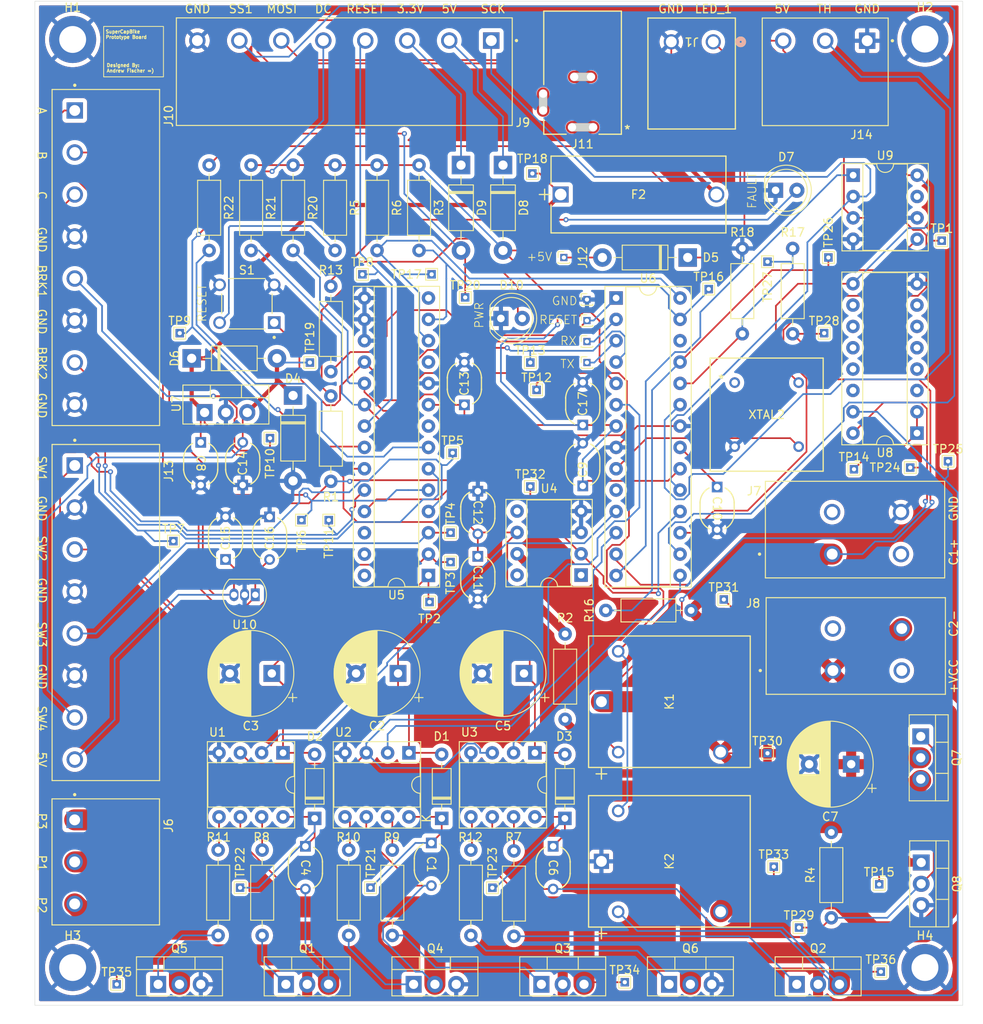
<source format=kicad_pcb>
(kicad_pcb (version 20240108) (generator "pcbnew") (generator_version "8.0")
  (layers (0 "F.Cu" signal) (31 "B.Cu" signal) (34 "B.Paste" user) (35 "F.Paste" user) (36 "B.SilkS" user "B.Silkscreen") (37 "F.SilkS" user "F.Silkscreen") (38 "B.Mask" user) (39 "F.Mask" user) (44 "Edge.Cuts" user))
  (net 0 "")
  (net 1 "Net-(D1-K)")
  (net 2 "GND")
  (net 3 "+12V")
  (net 4 "Net-(D2-K)")
  (net 5 "Net-(D3-K)")
  (net 6 "+VCC")
  (net 7 "+5V")
  (net 8 "P1")
  (net 9 "P3")
  (net 10 "P2")
  (net 11 "/Motor Controller/RX")
  (net 12 "/Motor Controller/TX")
  (net 13 "/Motor Controller/RESET")
  (net 14 "C1-")
  (net 16 "C1+")
  (net 17 "C2-")
  (net 20 "/Motor Controller/TH_DATA")
  (net 21 "/Motor Controller/SW_2")
  (net 22 "/Motor Controller/SW_4")
  (net 23 "/Motor Controller/SW_3")
  (net 24 "/Motor Controller/SW_1")
  (net 26 "/Motor Controller/HALL_C")
  (net 27 "/Motor Controller/HALL_B")
  (net 28 "/Motor Controller/BRK2")
  (net 29 "/Motor Controller/BRK1")
  (net 30 "/Motor Controller/HALL_A")
  (net 31 "RELAY_1")
  (net 32 "RELAY_2")
  (net 33 "/Half bridge Circuit/HO_2")
  (net 34 "/Half bridge Circuit/HO_3")
  (net 35 "/Half bridge Circuit/HO_1")
  (net 36 "/Half bridge Circuit/LO_1")
  (net 37 "/Half bridge Circuit/LO_2")
  (net 38 "/Half bridge Circuit/LO_3")
  (net 39 "Net-(Q7-G)")
  (net 40 "Net-(Q8-G)")
  (net 41 "Net-(R5-Pad2)")
  (net 42 "/Motor Controller/SDA")
  (net 43 "Net-(U3-HO)")
  (net 44 "Net-(U2-HO)")
  (net 45 "Net-(U1-HO)")
  (net 46 "Net-(U1-LO)")
  (net 47 "Net-(U2-LO)")
  (net 48 "Net-(U3-LO)")
  (net 49 "ADC_C2V")
  (net 50 "ADC_C1V")
  (net 51 "SD")
  (net 52 "/Motor Controller/INTA")
  (net 54 "IN_1")
  (net 55 "IN_2")
  (net 56 "IN_3")
  (net 58 "MOS_DRIVER")
  (net 61 "+3.3V")
  (net 62 "Net-(D7-A)")
  (net 63 "Net-(D10-A)")
  (net 69 "/Motor Controller/LED_1")
  (net 71 "MOSI")
  (net 72 "/Motor Controller/XTAL1")
  (net 73 "/Motor Controller/INTB")
  (net 74 "SCK")
  (net 86 "/Motor Controller/RESET_DISPLAY")
  (net 87 "SS1")
  (net 88 "/Motor Controller/DC")
  (net 89 "Net-(U5-GPB6)")
  (net 90 "SS2")
  (net 91 "Net-(U6-AREF)")
  (net 94 "Net-(D5-A)")
  (net 95 "Net-(U5-GPA4)")
  (net 96 "RELAYS")
  (net 97 "/Motor Controller/SCL")
  (net 98 "Net-(D8-K)")
  (net 99 "Net-(D9-K)")
  (net 100 "Net-(U4-OUTA)")
  (footprint "TestPoint:TestPoint_THTPad_1.0x1.0mm_Drill0.5mm" (layer "F.Cu") (at 57 90.75)
    (property "Reference" "TP6")
    (property "Value" "TestPoint")
  )
  (footprint "Package_DIP:DIP-8_W7.62mm_Socket" (layer "F.Cu") (at 84.8 118.45 -90)
    (property "Reference" "U3")
    (property "Value" "IR2104")
  )
  (footprint "TestPoint:TestPoint_THTPad_1.0x1.0mm_Drill0.5mm" (layer "F.Cu") (at 119.25 68.5)
    (property "Reference" "TP28")
    (property "Value" "TestPoint")
  )
  (footprint "TestPoint:TestPoint_THTPad_1.0x1.0mm_Drill0.5mm" (layer "F.Cu") (at 79.73 134.51 90)
    (property "Reference" "TP23")
    (property "Value" "TestPoint")
  )
  (footprint "Package_TO_SOT_THT:TO-220-3_Vertical" (layer "F.Cu") (at 70.35 146)
    (property "Reference" "Q4")
    (property "Value" "IRFZ44N")
  )
  (footprint "TestPoint:TestPoint_THTPad_1.0x1.0mm_Drill0.5mm" (layer "F.Cu") (at 133.25 57.5)
    (property "Reference" "TP1")
    (property "Value" "TestPoint")
  )
  (footprint "Diode_THT:D_DO-41_SOD81_P10.16mm_Horizontal" (layer "F.Cu") (at 81 48.5 -90)
    (property "Reference" "D8")
    (property "Value" "1N5819")
  )
  (footprint "Resistor_THT:R_Axial_DIN0207_L6.3mm_D2.5mm_P10.16mm_Horizontal" (layer "F.Cu") (at 60.5 86.14 90)
    (property "Reference" "R1")
    (property "Value" "220Ω")
  )
  (footprint "Resistor_THT:R_Axial_DIN0207_L6.3mm_D2.5mm_P10.16mm_Horizontal" (layer "F.Cu") (at 77.175 130.02 -90)
    (property "Reference" "R12")
    (property "Value" "10Ω")
  )
  (footprint "Package_TO_SOT_THT:TO-220-3_Vertical" (layer "F.Cu") (at 130.75 116.5 -90)
    (property "Reference" "Q7")
    (property "Value" "GT065P06T")
  )
  (footprint "TestPoint:TestPoint_THTPad_1.0x1.0mm_Drill0.5mm" (layer "F.Cu") (at 125.8 134.1)
    (property "Reference" "TP15")
    (property "Value" "TestPoint")
  )
  (footprint "Connector_PinHeader_1.00mm:PinHeader_1x01_P1.00mm_Vertical" (layer "F.Cu") (at 91 72)
    (property "Reference" "J4" (hide yes))
    (property "Value" "TX")
  )
  (footprint "Resistor_THT:R_Axial_DIN0207_L6.3mm_D2.5mm_P10.16mm_Horizontal" (layer "F.Cu") (at 46 48.5 -90)
    (property "Reference" "R22")
    (property "Value" "220Ω")
  )
  (footprint "Resistor_THT:R_Axial_DIN0207_L6.3mm_D2.5mm_P10.16mm_Horizontal" (layer "F.Cu") (at 66 48.5 -90)
    (property "Reference" "R6")
    (property "Value" "10kΩ")
  )
  (footprint "Terminal_1988862:PHOENIX_1988862" (layer "F.Cu") (at 27.3 39.5 -90)
    (property "Reference" "J10")
    (property "Value" "1988862")
  )
  (footprint "Ceramic_Cap_5.08mm_Spacing:Ceramic_Cap_5.08mm_Spacing" (layer "F.Cu") (at 106.5 86.81325 -90)
    (property "Reference" "C10")
    (property "Value" "0.1uF")
  )
  (footprint "TestPoint:TestPoint_THTPad_1.0x1.0mm_Drill0.5mm" (layer "F.Cu") (at 42.5 68.5)
    (property "Reference" "TP9")
    (property "Value" "TestPoint")
  )
  (footprint "Ceramic_Cap_5.08mm_Spacing:Ceramic_Cap_5.08mm_Spacing" (layer "F.Cu") (at 90.5 86.68675 90)
    (property "Reference" "C9")
    (property "Value" "0.1uF")
  )
  (footprint "MXO45HST-3C-16M000000:MXO45HST-3C-16M000000" (layer "F.Cu") (at 108.59 74.385999)
    (property "Reference" "XTAL2")
    (property "Value" "MXO45HST-3C-16M000000")
  )
  (footprint "Package_TO_SOT_THT:TO-220-3_Vertical" (layer "F.Cu") (at 130.805 131.5 -90)
    (property "Reference" "Q8")
    (property "Value" "IRFZ44N")
  )
  (footprint "TestPoint:TestPoint_THTPad_1.0x1.0mm_Drill0.5mm" (layer "F.Cu") (at 65.22 134.5)
    (property "Reference" "TP21")
    (property "Value" "TestPoint")
  )
  (footprint "LED_THT:LED_D5.0mm" (layer "F.Cu") (at 113.46 51.5)
    (property "Reference" "D7")
    (property "Value" "FAULT_LED")
  )
  (footprint "Terminal_1988862:PHOENIX_1988862" (layer "F.Cu") (at 27.3 81.75 -90)
    (property "Reference" "J13")
    (property "Value" "1988862")
  )
  (footprint "TestPoint:TestPoint_THTPad_1.0x1.0mm_Drill0.5mm" (layer "F.Cu") (at 122.8 84.7)
    (property "Reference" "TP14")
    (property "Value" "TestPoint")
  )
  (footprint "Relay_AWHSH105D00G:AWHSH1xxD00G_AMP" (layer "F.Cu") (at 92.71795 131.365 90)
    (property "Reference" "K2")
    (property "Value" "AWHSH105D00G")
  )
  (footprint "TestPoint:TestPoint_THTPad_1.0x1.0mm_Drill0.5mm" (layer "F.Cu") (at 95.5 145.75)
    (property "Reference" "TP34")
    (property "Value" "TestPoint")
  )
  (footprint "Ceramic_Cap_5.08mm_Spacing:Ceramic_Cap_5.08mm_Spacing" (layer "F.Cu") (at 53.2 90.36325 -90)
    (property "Reference" "C16")
    (property "Value" "0.1uF")
  )
  (footprint "Capacitor_THT:CP_Radial_D10.0mm_P5.00mm" (layer "F.Cu") (at 53.467677 109 180)
    (property "Reference" "C3")
    (property "Value" "10uF")
  )
  (footprint "Ceramic_Cap_5.08mm_Spacing:Ceramic_Cap_5.08mm_Spacing" (layer "F.Cu") (at 78 87.31325 -90)
    (property "Reference" "C12")
    (property "Value" "1.0uF")
  )
  (footprint "Diode_THT:D_DO-41_SOD81_P10.16mm_Horizontal" (layer "F.Cu") (at 103 59.5 180)
    (property "Reference" "D5")
    (property "Value" "1N5819")
  )
  (footprint "Ceramic_Cap_5.08mm_Spacing:Ceramic_Cap_5.08mm_Spacing" (layer "F.Cu") (at 57.4675 129.57325 -90)
    (property "Reference" "C4")
    (property "Value" "1uF")
  )
  (footprint "Fuse_Holder_02540101Z:FUSE_254_PC_LTF" (layer "F.Cu") (at 87.864 52)
    (property "Reference" "F2")
    (property "Value" "0225002.MXP")
  )
  (footprint "Package_DIP:DIP-8_W7.62mm_Socket" (layer "F.Cu") (at 122.7 49.7)
    (property "Reference" "U9")
    (property "Value" "MCP4151-xxxx-P")
  )
  (footprint "Capacitor_THT:CP_Radial_D10.0mm_P5.00mm" (layer "F.Cu") (at 83.5 109 180)
    (property "Reference" "C5")
    (property "Value" "10uF")
  )
  (footprint "TestPoint:TestPoint_THTPad_1.0x1.0mm_Drill0.5mm" (layer "F.Cu") (at 72.5 61.5)
    (property "Reference" "TP17")
    (property "Value" "TestPoint")
  )
  (footprint "Resistor_THT:R_Axial_DIN0207_L6.3mm_D2.5mm_P10.16mm_Horizontal" (layer "F.Cu") (at 61 48.5 -90)
    (property "Reference" "R5")
    (property "Value" "10kΩ")
  )
  (footprint "Terminal_1988862:PHOENIX_1988862" (layer "F.Cu") (at 82.1 30.98 180)
    (property "Reference" "J9")
    (property "Value" "1988862")
  )
  (footprint "TestPoint:TestPoint_THTPad_1.0x1.0mm_Drill0.5mm" (layer "F.Cu") (at 84.25 72)
    (property "Reference" "TP13")
    (property "Value" "TestPoint")
  )
  (footprint "TestPoint:TestPoint_THTPad_1.0x1.0mm_Drill0.5mm" (layer "F.Cu") (at 74.75 92.25)
    (property "Reference" "TP4")
    (property "Value" "TestPoint")
  )
  (footprint "TestPoint:TestPoint_THTPad_1.0x1.0mm_Drill0.5mm" (layer "F.Cu") (at 119.75 59.5)
    (property "Reference" "TP26")
    (property "Value" "TestPoint")
  )
  (footprint "Package_TO_SOT_THT:TO-220-3_Vertical" (layer "F.Cu") (at 115.99 146)
    (property "Reference" "Q2")
    (property "Value" "IRFZ44N")
  )
  (footprint "TestPoint:TestPoint_THTPad_1.0x1.0mm_Drill0.5mm" (layer "F.Cu") (at 116.25 139.25)
    (property "Reference" "TP29")
    (property "Value" "TestPoint")
  )
  (footprint "Diode_THT:D_DO-41_SOD81_P10.16mm_Horizontal" (layer "F.Cu") (at 56 75.92 -90)
    (property "Reference" "D4")
    (property "Value" "1N5819")
  )
  (footprint "LED_THT:LED_D5.0mm" (layer "F.Cu") (at 80.75 66.75)
    (property "Reference" "D10")
    (property "Value" "PWR_LED")
  )
  (footprint "TestPoint:TestPoint_THTPad_1.0x1.0mm_Drill0.5mm" (layer "F.Cu") (at 107.3 100.2)
    (property "Reference" "TP31")
    (property "Value" "TestPoint")
  )
  (footprint "TestPoint:TestPoint_THTPad_1.0x1.0mm_Drill0.5mm" (layer "F.Cu") (at 84.5 49.5)
    (property "Reference" "TP18")
    (property "Value" "TestPoint")
  )
  (footprint "Package_TO_SOT_THT:TO-220-3_Vertical" (layer "F.Cu") (at 100.78 146)
    (property "Reference" "Q6")
    (property "Value" "IRFZ44N")
  )
  (footprint "TestPoint:TestPoint_THTPad_1.0x1.0mm_Drill0.5mm" (layer "F.Cu") (at 58 72)
    (property "Reference" "TP19")
    (property "Value" "TestPoint")
  )
  (footprint "Connector_PinHeader_1.00mm:PinHeader_1x01_P1.00mm_Vertical" (layer "F.Cu") (at 91 69.5)
    (property "Reference" "J3" (hide yes))
    (property "Value" "RX")
  )
  (footprint "Ceramic_Cap_5.08mm_Spacing:Ceramic_Cap_5.08mm_Spacing" (layer "F.Cu") (at 50 86.58 90)
    (property "Reference" "C14")
    (property "Value" "0.1uF")
  )
  (footprint "TestPoint:TestPoint_THTPad_1.0x1.0mm_Drill0.5mm" (layer "F.Cu") (at 85 75.25)
    (property "Reference" "TP12")
    (property "Value" "TestPoint")
  )
  (footprint "Connector_PinHeader_1.00mm:PinHeader_1x01_P1.00mm_Vertical" (layer "F.Cu") (at 91 64.5)
    (property "Reference" "J2" (hide yes))
    (property "Value" "GND")
  )
  (footprint "TestPoint:TestPoint_THTPad_1.0x1.0mm_Drill0.5mm" (layer "F.Cu") (at 35 146)
    (property "Reference" "TP35")
    (property "Value" "TestPoint")
  )
  (footprint "Resistor_THT:R_Axial_DIN0207_L6.3mm_D2.5mm_P10.16mm_Horizontal" (layer "F.Cu") (at 109.5 68.58 90)
    (property "Reference" "R18")
    (property "Value" "25kΩ")
  )
  (footprint "Connector_PinHeader_1.00mm:PinHeader_1x01_P1.00mm_Vertical" (layer "F.Cu") (at 88.25 59.5)
    (property "Reference" "J12")
    (property "Value" "+5V")
  )
  (footprint "Resistor_THT:R_Axial_DIN0207_L6.3mm_D2.5mm_P10.16mm_Horizontal" (layer "F.Cu") (at 62.625 140.175 90)
    (property "Reference" "R10")
    (property "Value" "10Ω")
  )
  (footprint "Package_DIP:DIP-16_W7.62mm_Socket" (layer "F.Cu") (at 130.3 80.4 180)
    (property "Reference" "U8")
    (property "Value" "ULN2003")
  )
  (footprint "Terminal_1190363:PHOENIX_1190363" (layer "F.Cu") (at 133.6 97.63 90)
    (property "Reference" "J7")
    (property "Value" "1190363")
  )
  (footprint "MountingHole:MountingHole_3.2mm_M3_DIN965_Pad" (layer "F.Cu") (at 29.75 144)
    (property "Reference" "H3")
    (property "Value" "MountingHole_Pad")
  )
  (footprint "Package_DIP:DIP-28_W7.62mm_Socket" (layer "F.Cu") (at 72.12 97.34 180)
    (property "Reference" "U5")
    (property "Value" "MCP23017_SP")
  )
  (footprint "Resistor_THT:R_Axial_DIN0207_L6.3mm_D2.5mm_P10.16mm_Horizontal" (layer "F.Cu") (at 82.3 130.12 -90)
    (property "Reference" "R7")
    (property "Value" "10Ω")
  )
  (footprint "Diode_THT:D_DO-35_SOD27_P7.62mm_Horizontal" (layer "F.Cu") (at 58.5675 126.25 90)
    (property "Reference" "D2")
    (property "Value" "1N4148")
  )
  (footprint "TestPoint:TestPoint_THTPad_1.0x1.0mm_Drill0.5mm" (layer "F.Cu") (at 105.5 63.25)
    (property "Reference" "TP16")
    (property "Value" "TestPoint")
  )
  (footprint "Package_TO_SOT_THT:TO-92_Inline" (layer "F.Cu") (at 51.5 99.64 180)
    (property "Reference" "U10")
    (property "Value" "L78L33_TO92")
  )
  (footprint "TS02_66_50_BK_160_LCR_D:SW_TS02-66-50-BK-160-LCR-D" (layer "F.Cu") (at 50.5 65 180)
    (property "Reference" "S1")
    (property "Value" "TS02-66-50-BK-160-LCR-D")
  )
  (footprint "Ceramic_Cap_5.08mm_Spacing:Ceramic_Cap_5.08mm_Spacing" (layer "F.Cu") (at 76.4 77.03675 90)
    (property "Reference" "C13")
    (property "Value" "0.1uF")
  )
  (footprint "Capacitor_THT:CP_Radial_D10.0mm_P5.00mm" (layer "F.Cu") (at 68.5 109 180)
    (property "Reference" "C2")
    (property "Value" "10uF")
  )
  (footprint "Resistor_THT:R_Axial_DIN0207_L6.3mm_D2.5mm_P10.16mm_Horizontal" (layer "F.Cu") (at 47.075 140.175 90)
    (property "Reference" "R11")
    (property "Value" "10Ω")
  )
  (footprint "Terminal_1988817:PHOENIX_1988817" (layer "F.Cu") (at 126.8725 31 180)
    (property "Reference" "J14")
    (property "Value" "1988817")
  )
  (footprint "Package_DIP:DIP-28_W7.62mm_Socket" (layer "F.Cu") (at 94.4675 64.32)
    (property "Reference" "U6")
    (property "Value" "ATmega328-P")
  )
  (footprint "TestPoint:TestPoint_THTPad_1.0x1.0mm_Drill0.5mm" (layer "F.Cu") (at 60.25 90.75)
    (property "Reference" "TP11")
    (property "Value" "TestPoint")
  )
  (footprint "Diode_THT:D_DO-41_SOD81_P10.16mm_Horizontal" (layer "F.Cu") (at 76 48.5 -90)
    (property "Reference" "D9")
    (property "Value" "1N5819")
  )
  (footprint "Barrel_Jack_PJ_002AH:PJ-002AH_CUD" (layer "F.Cu") (at 90.47625 44)
    (property "Reference" "J11")
    (property "Value" "Barrel_Jack_Switch")
    (fp_line (start -4.699 -1.99644) (end -4.699 -4.00304) (stroke (width 0.9906)) (layer "Edge.Cuts"))
    (fp_line (start -1.2573 0) (end 1.2573 0) (stroke (width 0.9906)) (layer "Edge.Cuts"))
    (fp_line (start -1.0033 -5.99948) (end 1.0033 -5.99948) (stroke (width 0.9906)) (layer "Edge.Cuts"))
  )
  (footprint "TestPoint:TestPoint_THTPad_1.0x1.0mm_Drill0.5mm" (layer "F.Cu") (at 76.5 64.25)
    (property "Reference" "TP20")
    (property "Value" "TestPoint")
  )
  (footprint "TestPoint:TestPoint_THTPad_1.0x1.0mm_Drill0.5mm" (layer "F.Cu") (at 75 82.75)
    (property "Reference" "TP5")
    (property "Value" "TestPoint")
  )
  (footprint "Diode_THT:D_DO-35_SOD27_P7.62mm_Horizontal" (layer "F.Cu") (at 73.7 126.25 90)
    (property "Reference" "D1")
    (property "Value" "1N4148")
  )
  (footprint "Package_DIP:DIP-8_W7.62mm_Socket" (layer "F.Cu") (at 54.8 118.45 -90)
    (property "Reference" "U2")
    (property "Value" "IR2104")
  )
  (footprint "Package_TO_SOT_THT:TO-220-3_Vertical" (layer "F.Cu") (at 55.142 146)
    (property "Reference" "Q1")
    (property "Value" "IRFZ44N")
  )
  (footprint "Ceramic_Cap_5.08mm_Spacing:Ceramic_Cap_5.08mm_Spacing" (layer "F.Cu") (at 47.96 95.43675 90)
    (property "Reference" "C15")
    (property "Value" "0.33uF")
  )
  (footprint "MountingHole:MountingHole_3.2mm_M3_DIN965_Pad" (layer "F.Cu") (at 29.75 33.55)
    (property "Reference" "H1")
    (property "Value" "MountingHole_Pad")
  )
  (footprint "Package_TO_SOT_THT:TO-220-3_Vertical" (layer "F.Cu") (at 85.57 146)
    (property "Reference" "Q3")
    (property "Value" "IRFZ44N")
  )
  (footprint "Ceramic_Cap_5.08mm_Spacing:Ceramic_Cap_5.08mm_Spacing" (layer "F.Cu") (at 45 81.5 -90)
    (property "Reference" "C8")
    (property "Value" "0.33uF")
  )
  (footprint "Resistor_THT:R_Axial_DIN0207_L6.3mm_D2.5mm_P10.16mm_Horizontal" (layer "F.Cu") (at 52.3175 140.18 90)
    (property "Reference" "R8")
    (property "Value" "10Ω")
  )
  (footprint "TestPoint:TestPoint_THTPad_1.0x1.0mm_Drill0.5mm" (layer "F.Cu") (at 134 83.75)
    (property "Reference" "TP25")
    (property "Value" "TestPoint")
  )
  (footprint "Resistor_THT:R_Axial_DIN0207_L6.3mm_D2.5mm_P10.16mm_Horizontal" (layer "F.Cu") (at 71 48.5 -90)
    (property "Reference" "R3")
    (property "Value" "10kΩ")
  )
  (footprint "Connector_PinHeader_1.00mm:PinHeader_1x01_P1.00mm_Vertical" (layer "F.Cu") (at 91 67)
    (property "Reference" "J5" (hide yes))
    (property "Value" "RESET")
  )
  (footprint "Resistor_THT:R_Axial_DIN0207_L6.3mm_D2.5mm_P10.16mm_Horizontal" (layer "F.Cu") (at 115.5 68.58 90)
    (property "Reference" "R17")
    (property "Value" "55kΩ")
  )
  (footprint "Resistor_THT:R_Axial_DIN0207_L6.3mm_D2.5mm_P10.16mm_Horizontal" (layer "F.Cu") (at 56 48.5 -90)
    (property "Reference" "R20")
    (property "Value" "10kΩ")
  )
  (footprint "TestPoint:TestPoint_THTPad_1.0x1.0mm_Drill0.5mm" (layer "F.Cu") (at 64.25 61.5)
    (property "Reference" "TP8")
    (property "Value" "TestPoint")
  )
  (footprint "Ceramic_Cap_5.08mm_Spacing:Ceramic_Cap_5.08mm_Spacing" (layer "F.Cu") (at 78 95.06325 -90)
    (property "Reference" "C11")
    (property "Value" "0.1uF")
  )
  (footprint "TestPoint:TestPoint_THTPad_1.0x1.0mm_Drill0.5mm" (layer "F.Cu") (at 53.25 81)
    (property "Reference" "TP10")
    (property "Value" "TestPoint")
  )
  (footprint "Relay_AWHSH105D00G:AWHSH1xxD00G_AMP" (layer "F.Cu") (at 92.71795 112.365 90)
    (property "Reference" "K1")
    (property "Value" "AWHSH105D00G")
  )
  (footprint "Package_DIP:DIP-8_W7.62mm_Socket" (layer "F.Cu") (at 90.3 97.3 180)
    (property "Reference" "U4")
    (property "Value" "UCC37324P")
  )
  (footprint "Diode_THT:D_DO-35_SOD27_P7.62mm_Horizontal" (layer "F.Cu") (at 88.3675 126.25 90)
    (property "Reference" "D3")
    (property "Value" "1N4148")
  )
  (footprint "Terminal_1988817:PHOENIX_1988817" (layer "F.Cu") (at 27.29 123.9275 -90)
    (property "Reference" "J6")
    (property "Value" "1988817")
  )
  (footprint "Resistor_THT:R_Axial_DIN0207_L6.3mm_D2.5mm_P10.16mm_Horizontal" (layer "F.Cu") (at 103.4 101.5 180)
    (property "Reference" "R16")
    (property "Value" "20kΩ")
  )
  (footprint "TestPoint:TestPoint_THTPad_1.0x1.0mm_Drill0.5mm" (layer "F.Cu") (at 112.5 118.5)
    (property "Reference" "TP30")
    (property "Value" "TestPoint")
  )
  (footprint "Resistor_THT:R_Axial_DIN0207_L6.3mm_D2.5mm_P10.16mm_Horizontal" (layer "F.Cu") (at 120.1 127.92 -90)
    (property "Reference" "R4")
    (property "Value" "10kΩ")
  )
  (footprint "TestPoint:TestPoint_THTPad_1.0x1.0mm_Drill0.5mm" (layer "F.Cu") (at 126 144.5)
    (property "Reference" "TP36")
    (property "Value" "TestPoint")
  )
  (footprint "Resistor_THT:R_Axial_DIN0207_L6.3mm_D2.5mm_P10.16mm_Horizontal" (layer "F.Cu") (at 60.5 73.08 90)
    (property "Reference" "R13")
    (property "Value" "220Ω")
  )
  (footprint "TestPoint:TestPoint_THTPad_1.0x1.0mm_Drill0.5mm" (layer "F.Cu") (at 72.25 100.5)
    (property "Reference" "TP2")
    (property "Value" "TestPoint")
  )
  (footprint "Resistor_THT:R_Axial_DIN0207_L6.3mm_D2.5mm_P10.16mm_Horizontal" (layer "F.Cu") (at 67.8175 140.18 90)
    (property "Reference" "R9")
    (property "Value" "10Ω")
  )
  (footprint "Package_TO_SOT_THT:TO-220-3_Vertical" (layer "F.Cu") (at 39.93 146)
    (property "Reference" "Q5")
    (property "Value" "IRFZ44N")
  )
  (footprint "Package_DIP:DIP-8_W7.62mm_Socket" (layer "F.Cu") (at 69.8 118.45 -90)
    (property "Reference" "U1")
    (property "Value" "IR2104")
  )
  (footprint "MountingHole:MountingHole_3.2mm_M3_DIN965_Pad" (layer "F.Cu") (at 131.25 144)
    (property "Reference" "H4")
    (property "Value" "MountingHole_Pad")
  )
  (footprint "TestPoint:TestPoint_THTPad_1.0x1.0mm_Drill0.5mm" (layer "F.Cu") (at 49.69 134.5)
    (property "Reference" "TP22")
    (property "Value" "TestPoint")
  )
  (footprint "Terminal_1988804:CONN_1988804" (layer "F.Cu") (at 100.891416 33.83 180)
    (property "Reference" "J1")
    (property "Value" "1988804")
  )
  (footprint "MountingHole:MountingHole_3.2mm_M3_DIN965_Pad" (layer "F.Cu") (at 131.25 33.5)
    (property "Reference" "H2")
    (property "Value" "MountingHole_Pad")
  )
  (footprint "TestPoint:TestPoint_THTPad_1.0x1.0mm_Drill0.5mm" (layer "F.Cu") (at 113.25 132)
    (property "Reference" "TP33")
    (property "Value" "TestPoint")
  )
  (footprint "Ceramic_Cap_5.08mm_Spacing:Ceramic_Cap_5.08mm_Spacing" (layer "F.Cu") (at 86.9675 129.57325 -90)
    (property "Reference" "C6")
    (property "Value" "1uF")
  )
  (footprint "TestPoint:TestPoint_THTPad_1.0x1.0mm_Drill0.5mm" (layer "F.Cu") (at 129.5 84.5)
    (property "Reference" "TP24")
    (property "Value" "TestPoint")
  )
  (footprint "Ceramic_Cap_5.08mm_Spacing:Ceramic_Cap_5.08mm_Spacing" (layer "F.Cu") (at 90.5 79.43675 90)
    (property "Reference" "C17")
    (property "Value" "0.1uF")
  )
  (footprint "TestPoint:TestPoint_THTPad_1.0x1.0mm_Drill0.5mm" (layer "F.Cu") (at 112.5 60)
    (property "Reference" "TP27")
    (property "Value" "TestPoint")
  )
  (footprint "Capacitor_THT:CP_Radial_D10.0mm_P5.00mm" (layer "F.Cu") (at 122.467677 119.8 180)
    (property "Reference" "C7")
    (property "Value" "10uF")
  )
  (footprint "TestPoint:TestPoint_THTPad_1.0x1.0mm_Drill0.5mm" (layer "F.Cu") (at 41.75 93.25)
    (property "Reference" "TP7")
    (property "Value" "TestPoint")
  )
  (footprint "TestPoint:TestPoint_THTPad_1.0x1.0mm_Drill0.5mm" (layer "F.Cu") (at 84.25 86.75)
    (property "Reference" "TP32")
    (property "Value" "TestPoint")
  )
  (footprint "Diode_THT:D_DO-41_SOD81_P10.16mm_Horizontal" (layer "F.Cu") (at 43.92 71.5)
    (property "Reference" "D6")
    (property "Value" "1N5819")
  )
  (footprint "Resistor_THT:R_Axial_DIN0207_L6.3mm_D2.5mm_P10.16mm_Horizontal" (layer "F.Cu") (at 51 48.5 -90)
    (property "Reference" "R21")
    (property "Value" "10kΩ")
  )
  (footprint "Ceramic_Cap_5.08mm_Spacing:Ceramic_Cap_5.08mm_Spacing" (layer "F.Cu") (at 72.4675 129.17325 -90)
    (property "Reference" "C1")
    (property "Value" "1uF")
  )
  (footprint "Terminal_1190363:PHOENIX_1190363" (layer "F.Cu") (at 133.6875 111.485 90)
    (property "Reference" "J8")
    (property "Value" "1190363")
  )
  (footprint "TestPoint:TestPoint_THTPad_1.0x1.0mm_Drill0.5mm" (layer "F.Cu") (at 74.75 95.75)
    (property "Reference" "TP3")
    (property "Value" "TestPoint")
  )
  (footprint "Package_TO_SOT_THT:TO-220-3_Vertical" (layer "F.Cu") (at 45.46 77.945)
    (property "Reference" "U7")
    (property "Value" "L7805")
  )
  (footprint "Resistor_THT:R_Axial_DIN0207_L6.3mm_D2.5mm_P10.16mm_Horizontal" (layer "F.Cu") (at 88.4 104.3 -90)
    (property "Reference" "R2")
    (property "Value" "0Ω")
  )
  (gr_rect (start 33.4375 32) (end 40.5625 38) (stroke (width 0.1)) (fill none) (layer "F.SilkS"))
  (gr_rect (start 25.25 29) (end 135.75 148.5) (stroke (width 0.05)) (fill none) (layer "Edge.Cuts"))
  (gr_text "B" (at 25.5 46.75 270) (layer "F.SilkS") (effects (font (size 1 1)) (justify left bottom)))
  (gr_text "GND" (at 25.5 97.5 270) (layer "F.SilkS") (effects (font (size 1 1)) (justify left bottom)))
  (gr_text "GND" (at 99.4 30.5 0) (layer "F.SilkS") (effects (font (size 1 1)) (justify left bottom)))
  (gr_text "+5V" (at 83.75 60 0) (layer "F.SilkS") (effects (font (size 1 1) (thickness 0.1)) (justify left bottom)))
  (gr_text "LED_1" (at 103.75 30.5 0) (layer "F.SilkS") (effects (font (size 1 1)) (justify left bottom)))
  (gr_text "SW3" (at 25.5 102.75 270) (layer "F.SilkS") (effects (font (size 1 1)) (justify left bottom)))
  (gr_text "5V" (at 73.6 30.5 0) (layer "F.SilkS") (effects (font (size 1 1)) (justify left bottom)))
  (gr_text "GND" (at 122.75 30.5 0) (layer "F.SilkS") (effects (font (size 1 1)) (justify left bottom)))
  (gr_text "GND" (at 43 30.5 0) (layer "F.SilkS") (effects (font (size 1 1)) (justify left bottom)))
  (gr_text "RESET" (at 45.75 67.25 90) (layer "F.SilkS") (effects (font (size 1 1) (thickness 0.1)) (justify left bottom)))
  (gr_text "GND" (at 25.5 75.5 270) (layer "F.SilkS") (effects (font (size 1 1)) (justify left bottom)))
  (gr_text "GND" (at 25.5 107.75 270) (layer "F.SilkS") (effects (font (size 1 1)) (justify left bottom)))
  (gr_text "5V" (at 25.5 118.25 270) (layer "F.SilkS") (effects (font (size 1 1)) (justify left bottom)))
  (gr_text "RESET" (at 85.25 67.5 0) (layer "F.SilkS") (effects (font (size 1 1) (thickness 0.1)) (justify left bottom)))
  (gr_text "BRK1" (at 25.5 60.25 270) (layer "F.SilkS") (effects (font (size 1 1)) (justify left bottom)))
  (gr_text "GND" (at 135.25 91 90) (layer "F.SilkS") (effects (font (size 1 1)) (justify left bottom)))
  (gr_text "5V" (at 113.25 30.5 0) (layer "F.SilkS") (effects (font (size 1 1)) (justify left bottom)))
  (gr_text "DC" (at 58.5 30.5 0) (layer "F.SilkS") (effects (font (size 1 1)) (justify left bottom)))
  (gr_text "P1" (at 25.5 130.5 270) (layer "F.SilkS") (effects (font (size 1 1)) (justify left bottom)))
  (gr_text "SS1\n" (at 48.25 30.5 0) (layer "F.SilkS") (effects (font (size 1 1)) (justify left bottom)))
  (gr_text "BRK2" (at 25.5 70 270) (layer "F.SilkS") (effects (font (size 1 1)) (justify left bottom)))
  (gr_text "SW4" (at 25.5 112.75 270) (layer "F.SilkS") (effects (font (size 1 1)) (justify left bottom)))
  (gr_text "Designed By:\nAndrew Fischer =)\n" (at 33.75 37.5 0) (layer "F.SilkS") (effects (font (size 0.4 0.4) (thickness 0.1)) (justify left bottom)))
  (gr_text "C1+" (at 135.25 96.25 90) (layer "F.SilkS") (effects (font (size 1 1)) (justify left bottom)))
  (gr_text "GND" (at 25.5 55.75 270) (layer "F.SilkS") (effects (font (size 1 1)) (justify left bottom)))
  (gr_text "SW1" (at 25.5 83 270) (layer "F.SilkS") (effects (font (size 1 1)) (justify left bottom)))
  (gr_text "TH" (at 118.25 30.5 0) (layer "F.SilkS") (effects (font (size 1 1)) (justify left bottom)))
  (gr_text "SCK" (at 78.25 30.5 0) (layer "F.SilkS") (effects (font (size 1 1)) (justify left bottom)))
  (gr_text "C" (at 25.5 51.5 270) (layer "F.SilkS") (effects (font (size 1 1)) (justify left bottom)))
  (gr_text "FAULT" (at 111.25 53.75 90) (layer "F.SilkS") (effects (font (size 1 1) (thickness 0.1)) (justify left bottom)))
  (gr_text "PWR" (at 78.75 68 90) (layer "F.SilkS") (effects (font (size 1 1) (thickness 0.1)) (justify left bottom)))
  (gr_text "TX" (at 87.75 72.75 0) (layer "F.SilkS") (effects (font (size 1 1) (thickness 0.1)) (justify left bottom)))
  (gr_text "SW2" (at 25.5 92.5 270) (layer "F.SilkS") (effects (font (size 1 1)) (justify left bottom)))
  (gr_text "GND" (at 25.5 65.5 270) (layer "F.SilkS") (effects (font (size 1 1)) (justify left bottom)))
  (gr_text "P3" (at 25.5 125.5 270) (layer "F.SilkS") (effects (font (size 1 1)) (justify left bottom)))
  (gr_text "A" (at 25.5 41.5 270) (layer "F.SilkS") (effects (font (size 1 1)) (justify left bottom)))
  (gr_text "3.3V" (at 68.25 30.5 0) (layer "F.SilkS") (effects (font (size 1 1)) (justify left bottom)))
  (gr_text "C2-" (at 135.25 104.75 90) (layer "F.SilkS") (effects (font (size 1 1)) (justify left bottom)))
  (gr_text "GND" (at 25.5 87.75 270) (layer "F.SilkS") (effects (font (size 1 1)) (justify left bottom)))
  (gr_text "+VCC" (at 135.25 111.5 90) (layer "F.SilkS") (effects (font (size 1 1)) (justify left bottom)))
  (gr_text "RESET" (at 62.25 30.5 0) (layer "F.SilkS") (effects (font (size 1 1)) (justify left bottom)))
  (gr_text "*" (at 95.8 44.3 0) (layer "F.SilkS") (effects (font (size 1 1))))
  (gr_text "P2" (at 25.5 135.5 270) (layer "F.SilkS") (effects (font (size 1 1)) (justify left bottom)))
  (gr_text "GND" (at 86.75 65.25 0) (layer "F.SilkS") (effects (font (size 1 1) (thickness 0.1)) (justify left bottom)))
  (gr_text "MOSI" (at 52.75 30.5 0) (layer "F.SilkS") (effects (font (size 1 1)) (justify left bottom)))
  (gr_text "RX" (at 87.75 70 0) (layer "F.SilkS") (effects (font (size 1 1) (thickness 0.1)) (justify left bottom)))
  (gr_text "SuperCapBike\nPrototype Board" (at 33.625 33.5 0) (layer "F.SilkS") (effects (font (size 0.4 0.4) (thickness 0.1)) (justify left bottom)))
  (segment (start 73.52 126.07) (end 73.7 126.25) (width 0.2) (layer "F.Cu") (net 1))
  (segment (start 73.7 126.25) (end 73.7 127.94075) (width 0.2) (layer "F.Cu") (net 1))
  (segment (start 73.7 127.94075) (end 72.4675 129.17325) (width 0.2) (layer "F.Cu") (net 1))
  (segment (start 69.8 126.07) (end 73.52 126.07) (width 0.2) (layer "F.Cu") (net 1))
  (segment (start 65.25 134.5) (end 70.57675 129.17325) (width 0.2) (layer "B.Cu") (net 1))
  (segment (start 70.57675 129.17325) (end 72.4675 129.17325) (width 0.2) (layer "B.Cu") (net 1))
  (segment (start 65.22 134.5) (end 65.25 134.5) (width 0.2) (layer "B.Cu") (net 1))
  (segment (start 102.0875 79.56) (end 97.0075 79.56) (width 0.2) (layer "F.Cu") (net 2))
  (segment (start 99.5 40.25) (end 101.041784 38.708216) (width 0.2) (layer "F.Cu") (net 2))
  (segment (start 122.5 57.905) (end 122.96 57.445) (width 0.2) (layer "F.Cu") (net 2))
  (segment (start 101.041784 38.708216) (end 101.041784 33.83) (width 0.2) (layer "F.Cu") (net 2))
  (segment (start 90.47625 40.25) (end 99.5 40.25) (width 0.2) (layer "F.Cu") (net 2))
  (segment (start 90.47625 38.60052) (end 90.47625 40.25) (width 0.2) (layer "F.Cu") (net 2))
  (segment (start 97.0075 79.56) (end 94.4675 82.1) (width 0.2) (layer "F.Cu") (net 2))
  (segment (start 76.58675 90.98) (end 63.631471 90.98) (width 0.2) (layer "F.Cu") (net 3))
  (segment (start 58.3875 118.45) (end 58.5675 118.63) (width 0.2) (layer "F.Cu") (net 3))
  (segment (start 85.364 49.5) (end 87.864 52) (width 0.2) (layer "F.Cu") (net 3))
  (segment (start 78 95.06325) (end 78 92.39325) (width 0.2) (layer "F.Cu") (net 3))
  (segment (start 90.97155 42.7547) (end 90.47625 43.25) (width 0.5) (layer "F.Cu") (net 3))
  (segment (start 78.17325 92.22) (end 78 92.39325) (width 0.2) (layer "F.Cu") (net 3))
  (segment (start 54.767677 110.3) (end 53.467677 109) (width 0.2) (layer "F.Cu") (net 3))
  (segment (start 87.864 52) (end 86.614 53.25) (width 0.5) (layer "F.Cu") (net 3))
  (segment (start 73.52 118.45) (end 73.7 118.63) (width 0.2) (layer "F.Cu") (net 3))
  (segment (start 59.35 83) (end 49.315 83) (width 0.2) (layer "F.Cu") (net 3))
  (segment (start 84.8 118.45) (end 84.8 110.3) (width 0.2) (layer "F.Cu") (net 3))
  (segment (start 71 106) (end 68.5 106) (width 0.2) (layer "F.Cu") (net 3))
  (segment (start 84.18 103) (end 84.18 105.32) (width 0.2) (layer "F.Cu") (net 3))
  (segment (start 50.75 61.45) (end 50.75 66.27) (width 0.5) (layer "F.Cu") (net 3))
  (segment (start 43.92 76.405) (end 45.46 77.945) (width 0.5) (layer "F.Cu") (net 3))
  (segment (start 101.078 46.672) (end 97.1607 42.7547) (width 0.5) (layer "F.Cu") (net 3))
  (segment (start 84.8 118.45) (end 88.1875 118.45) (width 0.2) (layer "F.Cu") (net 3))
  (segment (start 71 106) (end 55.75 106) (width 0.2) (layer "F.Cu") (net 3))
  (segment (start 84.5 49.5) (end 85.364 49.5) (width 0.2) (layer "F.Cu") (net 3))
  (segment (start 45 78.405) (end 45.46 77.945) (width 0.2) (layer "F.Cu") (net 3))
  (segment (start 82.50675 92.39325) (end 82.68 92.22) (width 0.2) (layer "F.Cu") (net 3))
  (segment (start 81.5 93.4) (end 82.68 92.22) (width 0.2) (layer "F.Cu") (net 3))
  (segment (start 88.1875 118.45) (end 88.3675 118.63) (width 0.2) (layer "F.Cu") (net 3))
  (segment (start 53.467677 108.282323) (end 53.467677 109) (width 0.2) (layer "F.Cu") (net 3))
  (segment (start 45 81.5) (end 45 78.405) (width 0.2) (layer "F.Cu") (net 3))
  (segment (start 83.5 106) (end 71 106) (width 0.2) (layer "F.Cu") (net 3))
  (segment (start 43.92 71.5) (end 43.92 76.405) (width 0.5) (layer "F.Cu") (net 3))
  (segment (start 82.68 92.22) (end 78.17325 92.22) (width 0.2) (layer "F.Cu") (net 3))
  (segment (start 45.46 79.145) (end 45.46 77.945) (width 0.2) (layer "F.Cu") (net 3))
  (segment (start 84.18 105.32) (end 83.5 106) (width 0.2) (layer "F.Cu") (net 3))
  (segment (start 69.8 112.3) (end 68.5 111) (width 0.2) (layer "F.Cu") (net 3))
  (segment (start 68.5 111) (end 68.5 109) (width 0.2) (layer "F.Cu") (net 3))
  (segment (start 68.5 106) (end 68.5 109) (width 0.2) (layer "F.Cu") (net 3))
  (segment (start 62 85.65) (end 59.35 83) (width 0.2) (layer "F.Cu") (net 3))
  (segment (start 97.1607 42.7547) (end 90.97155 42.7547) (width 0.5) (layer "F.Cu") (net 3))
  (segment (start 81.5 100.32) (end 81.5 93.4) (width 0.2) (layer "F.Cu") (net 3))
  (segment (start 62 89.348529) (end 62 85.65) (width 0.2) (layer "F.Cu") (net 3))
  (segment (start 69.8 118.45) (end 73.52 118.45) (width 0.2) (layer "F.Cu") (net 3))
  (segment (start 54.8 110.332323) (end 53.467677 109) (width 0.2) (layer "F.Cu") (net 3))
  (segment (start 54.8 118.45) (end 58.3875 118.45) (width 0.2) (layer "F.Cu") (net 3))
  (segment (start 78 92.39325) (end 76.58675 90.98) (width 0.2) (layer "F.Cu") (net 3))
  (segment (start 49.315 83) (end 45.46 79.145) (width 0.2) (layer "F.Cu") (net 3))
  (segment (start 83.5 109) (end 84.18 108.32) (width 0.2) (layer "F.Cu") (net 3))
  (segment (start 84.18 108.32) (end 84.18 103) (width 0.2) (layer "F.Cu") (net 3))
  (segment (start 84.8 110.3) (end 83.5 109) (width 0.2) (layer "F.Cu") (net 3))
  (segment (start 45.52 71.5) (end 43.92 71.5) (width 0.5) (layer "F.Cu") (net 3))
  (segment (start 69.8 118.45) (end 69.8 112.3) (width 0.2) (layer "F.Cu") (net 3))
  (segment (start 55.75 106) (end 53.467677 108.282323) (width 0.2) (layer "F.Cu") (net 3))
  (segment (start 63.631471 90.98) (end 62 89.348529) (width 0.2) (layer "F.Cu") (net 3))
  (segment (start 84.18 103) (end 81.5 100.32) (width 0.2) (layer "F.Cu") (net 3))
  (segment (start 50.75 66.27) (end 45.52 71.5) (width 0.5) (layer "F.Cu") (net 3))
  (segment (start 86.614 53.25) (end 58.95 53.25) (width 0.5) (layer "F.Cu") (net 3))
  (segment (start 106.406 52) (end 101.078 46.672) (width 0.5) (layer "F.Cu") (net 3))
  (segment (start 58.95 53.25) (end 50.75 61.45) (width 0.5) (layer "F.Cu") (net 3))
  (segment (start 54.8 118.45) (end 54.8 110.332323) (width 0.2) (layer "F.Cu") (net 3))
  (segment (start 82.50675 92.39325) (end 82.68 92.22) (width 0.2) (layer "B.Cu") (net 3))
  (segment (start 54.8 126.07) (end 58.3875 126.07) (width 0.2) (layer "F.Cu") (net 4))
  (segment (start 58.3875 126.07) (end 58.5675 126.25) (width 0.2) (layer "F.Cu") (net 4))
  (segment (start 58.5675 126.25) (end 58.5675 128.47325) (width 0.2) (layer "F.Cu") (net 4))
  (segment (start 58.5675 128.47325) (end 57.4675 129.57325) (width 0.2) (layer "F.Cu") (net 4))
  (segment (start 51.885 134.5) (end 58.5675 127.8175) (width 0.2) (layer "B.Cu") (net 4))
  (segment (start 49.69 134.5) (end 51.885 134.5) (width 0.2) (layer "B.Cu") (net 4))
  (segment (start 58.5675 127.8175) (end 58.5675 126.25) (width 0.2) (layer "B.Cu") (net 4))
  (segment (start 84.8 126.07) (end 88.1875 126.07) (width 0.2) (layer "F.Cu") (net 5))
  (segment (start 88.3675 128.17325) (end 86.9675 129.57325) (width 0.2) (layer "F.Cu") (net 5))
  (segment (start 88.3675 126.25) (end 88.3675 128.17325) (width 0.2) (layer "F.Cu") (net 5))
  (segment (start 88.1875 126.07) (end 88.3675 126.25) (width 0.2) (layer "F.Cu") (net 5))
  (segment (start 80.1075 134.51) (end 88.3675 126.25) (width 0.2) (layer "B.Cu") (net 5))
  (segment (start 79.73 134.51) (end 80.1075 134.51) (width 0.2) (layer "B.Cu") (net 5))
  (segment (start 112.5 118.5) (end 107.05215 118.5) (width 0.2) (layer "F.Cu") (net 6))
  (segment (start 107.05215 118.5) (end 106.917149 118.364999) (width 0.2) (layer "F.Cu") (net 6))
  (segment (start 96 86.08) (end 96 92.623135) (width 0.2) (layer "F.Cu") (net 7))
  (segment (start 100.6475 86.08) (end 102.0875 84.64) (width 0.2) (layer "F.Cu") (net 7))
  (segment (start 88.515686 32.05) (end 84.165686 36.4) (width 0.2) (layer "F.Cu") (net 7))
  (segment (start 51 48.5) (end 56 48.5) (width 0.2) (layer "F.Cu") (net 7))
  (segment (start 48.96 99.64) (end 48.96 96.43675) (width 0.2) (layer "F.Cu") (net 7))
  (segment (start 66 48.5) (end 71 48.5) (width 0.2) (layer "F.Cu") (net 7))
  (segment (start 94.717951 106.282049) (end 94.717951 106.365001) (width 0.2) (layer "F.Cu") (net 7))
  (segment (start 72.13675 77.03675) (end 72.12 77.02) (width 0.2) (layer "F.Cu") (net 7))
  (segment (start 76.4 77.03675) (end 76.4 81.5) (width 0.2) (layer "F.Cu") (net 7))
  (segment (start 116.13 62.62) (end 122.68 62.62) (width 0.2) (layer "F.Cu") (net 7))
  (segment (start 46.64 99.64) (end 45.25 98.25) (width 0.2) (layer "F.Cu") (net 7))
  (segment (start 53.25 31.25) (end 110.5 31.25) (width 0.2) (layer "F.Cu") (net 7))
  (segment (start 56 48.5) (end 61 48.5) (width 0.2) (layer "F.Cu") (net 7))
  (segment (start 91.10675 86.08) (end 96 86.08) (width 0.2) (layer "F.Cu") (net 7))
  (segment (start 53.15 36.4) (end 51.75 35) (width 0.2) (layer "F.Cu") (net 7))
  (segment (start 100.1 99.251471) (end 99.723529 98.875) (width 0.2) (layer "F.Cu") (net 7))
  (segment (start 110.5 31.25) (end 112.95 33.7) (width 0.2) (layer "F.Cu") (net 7))
  (segment (start 112.95 33.7) (end 114.3725 33.7) (width 0.2) (layer "F.Cu") (net 7))
  (segment (start 96 86.08) (end 100.6475 86.08) (width 0.2) (layer "F.Cu") (net 7))
  (segment (start 94.717951 106.365001) (end 100.1 100.982952) (width 0.2) (layer "F.Cu") (net 7))
  (segment (start 110.5 37.401471) (end 110.5 32.565685) (width 0.2) (layer "F.Cu") (net 7))
  (segment (start 74.5 86) (end 62.89 86) (width 0.2) (layer "F.Cu") (net 7))
  (segment (start 94.34425 79.43675) (end 94.4675 79.56) (width 0.2) (layer "F.Cu") (net 7))
  (segment (start 76.5 81.5) (end 78.56325 79.43675) (width 0.2) (layer "F.Cu") (net 7))
  (segment (start 100.1 100.982952) (end 100.1 99.251471) (width 0.2) (layer "F.Cu") (net 7))
  (segment (start 129.2 49.7) (end 114.3725 34.8725) (width 0.2) (layer "F.Cu") (net 7))
  (segment (start 61 48.5) (end 66 48.5) (width 0.2) (layer "F.Cu") (net 7))
  (segment (start 109.984315 32.05) (end 88.515686 32.05) (width 0.2) (layer "F.Cu") (net 7))
  (segment (start 87.5 67.5) (end 87.5 65.16) (width 0.2) (layer "F.Cu") (net 7))
  (segment (start 109.75 38.151471) (end 110.5 37.401471) (width 0.2) (layer "F.Cu") (net 7))
  (segment (start 93.3675 94.344365) (end 93.3675 98.1175) (width 0.2) (layer "F.Cu") (net 7))
  (segment (start 48.96 99.64) (end 46.64 99.64) (width 0.2) (layer "F.Cu") (net 7))
  (segment (start 45.25 91.03033) (end 47.53033 88.75) (width 0.2) (layer "F.Cu") (net 7))
  (segment (start 78.56325 79.43675) (end 90.5 79.43675) (width 0.2) (layer "F.Cu") (net 7))
  (segment (start 83.34 58.66) (end 81 58.66) (width 0.2) (layer "F.Cu") (net 7))
  (segment (start 113.5 71.675999) (end 113.5 65.25) (width 0.2) (layer "F.Cu") (net 7))
  (segment (start 51.75 32.75) (end 53.25 31.25) (width 0.2) (layer "F.Cu") (net 7))
  (segment (start 109.75 56) (end 109.75 38.151471) (width 0.2) (layer "F.Cu") (net 7))
  (segment (start 94.923135 93.7) (end 94.011865 93.7) (width 0.2) (layer "F.Cu") (net 7))
  (segment (start 86 56) (end 83.34 58.66) (width 0.2) (layer "F.Cu") (net 7))
  (segment (start 47.53033 88.75) (end 57.89 88.75) (width 0.2) (layer "F.Cu") (net 7))
  (segment (start 76.4 84.1) (end 74.5 86) (width 0.2) (layer "F.Cu") (net 7))
  (segment (start 114.3725 34.8725) (end 114.3725 33.7) (width 0.2) (layer "F.Cu") (net 7))
  (segment (start 45.25 98.25) (end 45.25 91.03033) (width 0.2) (layer "F.Cu") (net 7))
  (segment (start 116.21 74.385999) (end 113.5 71.675999) (width 0.2) (layer "F.Cu") (net 7))
  (segment (start 113.5 65.25) (end 116.13 62.62) (width 0.2) (layer "F.Cu") (net 7))
  (segment (start 76.4 81.5) (end 76.4 84.1) (width 0.2) (layer "F.Cu") (net 7))
  (segment (start 90.5 86.68675) (end 91.10675 86.08) (width 0.2) (layer "F.Cu") (net 7))
  (segment (start 51.75 35) (end 51.75 32.75) (width 0.2) (layer "F.Cu") (net 7))
  (segment (start 99.723529 98.875) (end 94.125 98.875) (width 0.2) (layer "F.Cu") (net 7))
  (segment (start 110.5 32.565685) (end 109.984315 32.05) (width 0.2) (layer "F.Cu") (net 7))
  (segment (start 93.3675 98.1175) (end 94.125 98.875) (width 0.2) (layer "F.Cu") (net 7))
  (segment (start 76.4 81.5) (end 76.5 81.5) (width 0.2) (layer "F.Cu") (net 7))
  (segment (start 87.5 65.16) (end 81 58.66) (width 0.2) (layer "F.Cu") (net 7))
  (segment (start 106.25 59.5) (end 109.75 56) (width 0.2) (layer "F.Cu") (net 7))
  (segment (start 130.32 49.7) (end 129.2 49.7) (width 0.2) (layer "F.Cu") (net 7))
  (segment (start 109.75 56) (end 86 56) (width 0.2) (layer "F.Cu") (net 7))
  (segment (start 62.89 86) (end 62.75 86.14) (width 0.2) (layer "F.Cu") (net 7))
  (segment (start 93.9575 80.07) (end 94.4675 79.56) (width 0.2) (layer "F.Cu") (net 7))
  (segment (start 84.165686 36.4) (end 53.15 36.4) (width 0.2) (layer "F.Cu") (net 7))
  (segment (start 90.5 79.43675) (end 94.34425 79.43675) (width 0.2) (layer "F.Cu") (net 7))
  (segment (start 57.89 88.75) (end 60.5 86.14) (width 0.2) (layer "F.Cu") (net 7))
  (segment (start 96 92.623135) (end 94.923135 93.7) (width 0.2) (layer "F.Cu") (net 7))
  (segment (start 48.96 96.43675) (end 47.96 95.43675) (width 0.2) (layer "F.Cu") (net 7))
  (segment (start 103 59.5) (end 106.25 59.5) (width 0.2) (layer "F.Cu") (net 7))
  (segment (start 76.4 77.03675) (end 72.13675 77.03675) (width 0.2) (layer "F.Cu") (net 7))
  (segment (start 94.011865 93.7) (end 93.3675 94.344365) (width 0.2) (layer "F.Cu") (net 7))
  (via (at 87.5 67.5) (size 0.6) (drill 0.3) (layers "F.Cu" "B.Cu") (net 7))
  (via (at 62.75 86.14) (size 0.6) (drill 0.3) (layers "F.Cu" "B.Cu") (net 7))
  (segment (start 81 58.5) (end 81 58.66) (width 0.2) (layer "B.Cu") (net 7))
  (segment (start 94.4675 79.56) (end 90.5 83.5275) (width 0.2) (layer "B.Cu") (net 7))
  (segment (start 80.75 74.25) (end 85.93675 79.43675) (width 0.2) (layer "B.Cu") (net 7))
  (segment (start 62.75 86.14) (end 60.5 86.14) (width 0.2) (layer "B.Cu") (net 7))
  (segment (start 122.68 62.57) (end 129.25 56) (width 0.2) (layer "B.Cu") (net 7))
  (segment (start 90.5 83.5275) (end 90.5 86.68675) (width 0.2) (layer "B.Cu") (net 7))
  (segment (start 129.25 56) (end 131.202817 56) (width 0.2) (layer "B.Cu") (net 7))
  (segment (start 85.93675 79.43675) (end 90.5 79.43675) (width 0.2) (layer "B.Cu") (net 7))
  (segment (start 131.75 51.13) (end 130.32 49.7) (width 0.2) (layer "B.Cu") (net 7))
  (segment (start 42.36 99.64) (end 34.75 107.25) (width 0.2) (layer "B.Cu") (net 7))
  (segment (start 95.813251 124.269701) (end 95.813251 107.460301) (width 0.2) (layer "B.Cu") (net 7))
  (segment (start 48.96 99.64) (end 42.36 99.64) (width 0.2) (layer "B.Cu") (net 7))
  (segment (start 87.5 67.5) (end 85.852082 69.147918) (width 0.2) (layer "B.Cu") (net 7))
  (segment (start 71 48.5) (end 81 58.5) (width 0.2) (layer "B.Cu") (net 7))
  (segment (start 80.75 69.939339) (end 80.75 74.25) (width 0.2) (layer "B.Cu") (net 7))
  (segment (start 131.202817 56) (end 131.75 55.452817) (width 0.2) (layer "B.Cu") (net 7))
  (segment (start 94.717951 125.365001) (end 95.813251 124.269701) (width 0.2) (layer "B.Cu") (net 7))
  (segment (start 34.75 107.25) (end 34.75 114.5) (width 0.2) (layer "B.Cu") (net 7))
  (segment (start 81.541421 69.147918) (end 80.75 69.939339) (width 0.2) (layer "B.Cu") (net 7))
  (segment (start 85.852082 69.147918) (end 81.541421 69.147918) (width 0.2) (layer "B.Cu") (net 7))
  (segment (start 131.75 55.452817) (end 131.75 51.13) (width 0.2) (layer "B.Cu") (net 7))
  (segment (start 122.68 62.62) (end 122.68 62.57) (width 0.2) (layer "B.Cu") (net 7))
  (segment (start 34.75 114.5) (end 30 119.25) (width 0.2) (layer "B.Cu") (net 7))
  (segment (start 95.813251 107.460301) (end 94.717951 106.365001) (width 0.2) (layer "B.Cu") (net 7))
  (segment (start 95.5 145.75) (end 90.9 145.75) (width 0.2) (layer "F.Cu") (net 8))
  (segment (start 72.4675 134.25325) (end 70.495115 134.25325) (width 0.2) (layer "F.Cu") (net 8))
  (segment (start 90.65 146) (end 90.65 138.43425) (width 2.5) (layer "F.Cu") (net 8))
  (segment (start 82.339398 136.78425) (end 73 136.78425) (width 2.5) (layer "F.Cu") (net 8))
  (segment (start 73 138) (end 72.89 138.11) (width 2.5) (layer "F.Cu") (net 8))
  (segment (start 73 136.78425) (end 44.58425 136.78425) (width 2.5) (layer "F.Cu") (net 8))
  (segment (start 39.0275 131.4275) (end 29.99 131.4275) (width 2.5) (layer "F.Cu") (net 8))
  (segment (start 90.65 138.43425) (end 89 136.78425) (width 2.5) (layer "F.Cu") (net 8))
  (segment (start 39.1275 131.3275) (end 39.0275 131.4275) (width 2.5) (layer "F.Cu") (net 8))
  (segment (start 44.58425 136.78425) (end 39.1275 131.3275) (width 2.5) (layer "F.Cu") (net 8))
  (segment (start 90.9 145.75) (end 90.65 146) (width 0.2) (layer "F.Cu") (net 8))
  (segment (start 73 136.78425) (end 73 138) (width 2.5) (layer "F.Cu") (net 8))
  (segment (start 64.72 128.478135) (end 64.72 126.07) (width 0.2) (layer "F.Cu") (net 8))
  (segment (start 72.89 146) (end 73.003135 146) (width 0.2) (layer "F.Cu") (net 8))
  (segment (start 82.339398 136.78425) (end 89 136.78425) (width 2.5) (layer "F.Cu") (net 8))
  (segment (start 70.495115 134.25325) (end 64.72 128.478135) (width 0.2) (layer "F.Cu") (net 8))
  (segment (start 72.89 138.11) (end 72.89 146) (width 2.5) (layer "F.Cu") (net 8))
  (segment (start 72.4675 134.25325) (end 71.569475 134.25325) (width 0.2) (layer "B.Cu") (net 8))
  (segment (start 70.581865 144.5) (end 71.39 144.5) (width 0.2) (layer "B.Cu") (net 8))
  (segment (start 71.39 144.5) (end 72.89 146) (width 0.2) (layer "B.Cu") (net 8))
  (segment (start 71.569475 134.25325) (end 66.7175 139.105225) (width 0.2) (layer "B.Cu") (net 8))
  (segment (start 66.7175 140.635635) (end 70.581865 144.5) (width 0.2) (layer "B.Cu") (net 8))
  (segment (start 66.7175 139.105225) (end 66.7175 140.635635) (width 0.2) (layer "B.Cu") (net 8))
  (segment (start 121.07 143.07) (end 121.07 146) (width 2.5) (layer "F.Cu") (net 9))
  (segment (start 120.25 142.25) (end 103.32 142.25) (width 2.5) (layer "F.Cu") (net 9))
  (segment (start 126 144.5) (end 122.5 144.5) (width 0.2) (layer "F.Cu") (net 9))
  (segment (start 79.72 132.22) (end 79.72 126.07) (width 0.2) (layer "F.Cu") (net 9))
  (segment (start 98.975148 123) (end 44.4 123) (width 2.5) (layer "F.Cu") (net 9))
  (segment (start 103.32 127.344852) (end 98.975148 123) (width 2.5) (layer "F.Cu") (net 9))
  (segment (start 120.25 142.25) (end 121.07 143.07) (width 2.5) (layer "F.Cu") (net 9))
  (segment (start 44.4 123) (end 40.9725 126.4275) (width 2.5) (layer "F.Cu") (net 9))
  (segment (start 122.5 144.5) (end 121.07 143.07) (width 0.2) (layer "F.Cu") (net 9))
  (segment (start 103.32 142.25) (end 103.32 127.344852) (width 2.5) (layer "F.Cu") (net 9))
  (segment (start 86.9675 134.65325) (end 82.15325 134.65325) (width 0.2) (layer "F.Cu") (net 9))
  (segment (start 82.15325 134.65325) (end 79.72 132.22) (width 0.2) (layer "F.Cu") (net 9))
  (segment (start 103.32 146) (end 103.32 142.25) (width 2.5) (layer "F.Cu") (net 9))
  (segment (start 40.9725 126.4275) (end 29.99 126.4275) (width 2.5) (layer "F.Cu") (net 9))
  (segment (start 114.32 139.25) (end 121.07 146) (width 0.2) (layer "B.Cu") (net 9))
  (segment (start 106.25 139.25) (end 114.32 139.25) (width 0.2) (layer "B.Cu") (net 9))
  (segment (start 101.65325 134.65325) (end 106.25 139.25) (width 0.2) (layer "B.Cu") (net 9))
  (segment (start 86.9675 134.65325) (end 101.65325 134.65325) (width 0.2) (layer "B.Cu") (net 9))
  (segment (start 57.4675 134.65325) (end 55.395115 134.65325) (width 0.2) (layer "F.Cu") (net 10))
  (segment (start 35 146) (end 35 143.4225) (width 0.2) (layer "F.Cu") (net 10))
  (segment (start 60.25 142.5) (end 60.25 145.972) (width 2.5) (layer "F.Cu") (net 10))
  (segment (start 42.07 142.5) (end 60.25 142.5) (width 2.5) (layer "F.Cu") (net 10))
  (segment (start 42.47 146) (end 42.47 142.9) (width 2.5) (layer "F.Cu") (net 10))
  (segment (start 42.47 142.9) (end 42 142.43) (width 2.5) (layer "F.Cu") (net 10))
  (segment (start 49.72 128.978135) (end 49.72 126.07) (width 0.2) (layer "F.Cu") (net 10))
  (segment (start 42 142.43) (end 35.9925 142.43) (width 2.5) (layer "F.Cu") (net 10))
  (segment (start 60.222 146) (end 60.222 145.094852) (width 2.5) (layer "F.Cu") (net 10))
  (segment (start 60.25 145.972) (end 60.222 146) (width 2.5) (layer "F.Cu") (net 10))
  (segment (start 42 142.43) (end 42.07 142.5) (width 2.5) (layer "F.Cu") (net 10))
  (segment (start 35.9925 142.43) (end 29.99 136.4275) (width 2.5) (layer "F.Cu") (net 10))
  (segment (start 35 143.4225) (end 35.9925 142.43) (width 0.2) (layer "F.Cu") (net 10))
  (segment (start 55.395115 134.65325) (end 49.72 128.978135) (width 0.2) (layer "F.Cu") (net 10))
  (segment (start 57.4675 134.65325) (end 57.4675 141.4675) (width 0.2) (layer "B.Cu") (net 10))
  (segment (start 57.4675 141.4675) (end 60.222 144.222) (width 0.2) (layer "B.Cu") (net 10))
  (segment (start 60.222 144.222) (end 60.222 146) (width 0.2) (layer "B.Cu") (net 10))
  (segment (start 91.8275 69.5) (end 94.4675 66.86) (width 0.2) (layer "B.Cu") (net 11))
  (segment (start 91 69.5) (end 91.8275 69.5) (width 0.2) (layer "B.Cu") (net 11))
  (segment (start 91 72) (end 91.8675 72) (width 0.2) (layer "B.Cu") (net 12))
  (segment (start 91.8675 72) (end 94.4675 69.4) (width 0.2) (layer "B.Cu") (net 12))
  (segment (start 74.5 69.5) (end 88.5 69.5) (width 0.2) (layer "F.Cu") (net 13))
  (segment (start 69 74.125) (end 69.925 73.2) (width 0.2) (layer "F.Cu") (net 13))
  (segment (start 56.75 70.25) (end 56.75 73.867818) (width 0.2) (layer "F.Cu") (net 13))
  (segment (start 61.6 76.435635) (end 61.6 74.84) (width 0.2) (layer "F.Cu") (net 13))
  (segment (start 72 70.5) (end 69.925 72.575) (width 0.2) (layer "F.Cu") (net 13))
  (segment (start 65.9 75.6) (end 66.79 76.49) (width 0.2) (layer "F.Cu") (net 13))
  (segment (start 65.9 73.34) (end 65.9 75.6) (width 0.2) (layer "F.Cu") (net 13))
  (segment (start 61.6 74.84) (end 64.5 71.94) (width 0.2) (layer "F.Cu") (net 13))
  (segment (start 69 76.49) (end 69 74.125) (width 0.2) (layer "F.Cu") (net 13))
  (segment (start 64.5 71.94) (end 65.9 73.34) (width 0.2) (layer "F.Cu") (net 13))
  (segment (start 56.75 73.867818) (end 59.962182 77.08) (width 0.2) (layer "F.Cu") (net 13))
  (segment (start 59.962182 77.08) (end 60.955635 77.08) (width 0.2) (layer "F.Cu") (net 13))
  (segment (start 74.5 69.5) (end 73.5 70.5) (width 0.2) (layer "F.Cu") (net 13))
  (segment (start 60.955635 77.08) (end 61.6 76.435635) (width 0.2) (layer "F.Cu") (net 13))
  (segment (start 88.5 69.5) (end 91 67) (width 0.2) (layer "F.Cu") (net 13))
  (segment (start 53.5 67.5) (end 54.25 67.5) (width 0.2) (layer "F.Cu") (net 13))
  (segment (start 53.75 67.25) (end 56.75 70.25) (width 0.2) (layer "F.Cu") (net 13))
  (segment (start 66.79 76.49) (end 69 76.49) (width 0.2) (layer "F.Cu") (net 13))
  (segment (start 73.5 70.5) (end 72 70.5) (width 0.2) (layer "F.Cu") (net 13))
  (segment (start 69.925 72.575) (end 69.925 73.2) (width 0.2) (layer "F.Cu") (net 13))
  (segment (start 91.7875 67) (end 94.4675 64.32) (width 0.2) (layer "B.Cu") (net 13))
  (segment (start 91 67) (end 91.7875 67) (width 0.2) (layer "B.Cu") (net 13))
  (segment (start 125.74 126.75) (end 130.75 121.74) (width 2.5) (layer "F.Cu") (net 16))
  (segment (start 101.635 117.835) (end 110.55 126.75) (width 2.5) (layer "F.Cu") (net 16))
  (segment (start 119 68.5) (end 118.92 68.58) (width 0.2) (layer "F.Cu") (net 16))
  (segment (start 119.25 68.5) (end 119 68.5) (width 0.2) (layer "F.Cu") (net 16))
  (segment (start 119.2 94.8) (end 120.2 94.8) (width 2.5) (layer "F.Cu") (net 16))
  (segment (start 101.635 112.365) (end 110.6 103.4) (width 2.5) (layer "F.Cu") (net 16))
  (segment (start 110.6 103.4) (end 119.2 94.8) (width 2.5) (layer "F.Cu") (net 16))
  (segment (start 120.25 94.85) (end 120.2 94.8) (width 0.2) (layer "F.Cu") (net 16))
  (segment (start 92.71795 112.365) (end 101.635 112.365) (width 2.5) (layer "F.Cu") (net 16))
  (segment (start 110.5 103.4) (end 110.6 103.4) (width 0.2) (layer "F.Cu") (net 16))
  (segment (start 131.9 75.364365) (end 130.535635 74) (width 0.2) (layer "F.Cu") (net 16))
  (segment (start 120.92 74) (end 115.5 68.58) (width 0.2) (layer "F.Cu") (net 16))
  (segment (start 107.3 100.2) (end 110.5 103.4) (width 0.2) (layer "F.Cu") (net 16))
  (segment (start 130.535635 74) (end 120.92 74) (width 0.2) (layer "F.Cu") (net 16))
  (segment (start 118.92 68.58) (end 115.5 68.58) (width 0.2) (layer "F.Cu") (net 16))
  (segment (start 101.635 112.365) (end 101.635 117.835) (width 2.5) (layer "F.Cu") (net 16))
  (segment (start 131.9 88.430674) (end 131.9 75.364365) (width 0.2) (layer "F.Cu") (net 16))
  (segment (start 132.09373 88.624404) (end 131.9 88.430674) (width 0.2) (layer "F.Cu") (net 16))
  (segment (start 110.55 126.75) (end 125.74 126.75) (width 2.5) (layer "F.Cu") (net 16))
  (via (at 132.09373 88.624404) (size 0.6) (drill 0.3) (layers "F.Cu" "B.Cu") (net 16))
  (segment (start 125.3 93.3) (end 123.8 94.8) (width 0.2) (layer "B.Cu") (net 16))
  (segment (start 132.09373 88.624404) (end 132.09373 88.90627) (width 0.2) (layer "B.Cu") (net 16))
  (segment (start 127.7 93.3) (end 125.3 93.3) (width 0.2) (layer "B.Cu") (net 16))
  (segment (start 132.09373 88.90627) (end 127.7 93.3) (width 0.2) (layer "B.Cu") (net 16))
  (segment (start 123.8 94.8) (end 120.2 94.8) (width 0.2) (layer "B.Cu") (net 16))
  (segment (start 125.7 112) (end 132 112) (width 2.5) (layer "F.Cu") (net 17))
  (segment (start 132 112) (end 133.85 113.85) (width 2.5) (layer "F.Cu") (net 17))
  (segment (start 125.7 106.4425) (end 128.4875 103.655) (width 2.5) (layer "F.Cu") (net 17))
  (segment (start 133.85 137.15) (end 131.25 139.75) (width 2.5) (layer "F.Cu") (net 17))
  (segment (start 113.25 135.33) (end 113.75 135.83) (width 0.2) (layer "F.Cu") (net 17))
  (segment (start 121.031981 135.83) (end 113.75 135.83) (width 2.5) (layer "F.Cu") (net 17))
  (segment (start 131.25 139.75) (end 124.951981 139.75) (width 2.5) (layer "F.Cu") (net 17))
  (segment (start 125.7 112) (end 125.7 106.4425) (width 2.5) (layer "F.Cu") (net 17))
  (segment (start 124.951981 139.75) (end 121.031981 135.83) (width 2.5) (layer "F.Cu") (net 17))
  (segment (start 125.7 116.3025) (end 125.7 112) (width 2.5) (layer "F.Cu") (net 17))
  (segment (start 113.25 132) (end 113.25 135.33) (width 0.2) (layer "F.Cu") (net 17))
  (segment (start 108.452148 135.83) (end 106.917149 137.364999) (width 2.5) (layer "F.Cu") (net 17))
  (segment (start 130.75 119.04) (end 128.4375 119.04) (width 2.5) (layer "F.Cu") (net 17))
  (segment (start 113.75 135.83) (end 108.452148 135.83) (width 2.5) (layer "F.Cu") (net 17))
  (segment (start 128.4375 119.04) (end 125.7 116.3025) (width 2.5) (layer "F.Cu") (net 17))
  (segment (start 133.85 113.85) (end 133.85 137.15) (width 2.5) (layer "F.Cu") (net 17))
  (segment (start 116.75 75.75) (end 120 75.75) (width 0.2) (layer "B.Cu") (net 20))
  (segment (start 134.25 41.75) (end 130.5 38) (width 0.2) (layer "B.Cu") (net 20))
  (segment (start 102.543135 88.28) (end 103.1875 87.635635) (width 0.2) (layer "B.Cu") (net 20))
  (segment (start 103.5875 85.261321) (end 107.238679 85.261321) (width 0.2) (layer "B.Cu") (net 20))
  (segment (start 131.25 74) (end 134.25 71) (width 0.2) (layer "B.Cu") (net 20))
  (segment (start 103.1875 85.661321) (end 103.5875 85.261321) (width 0.2) (layer "B.Cu") (net 20))
  (segment (start 103.1875 87.635635) (end 103.1875 85.661321) (width 0.2) (layer "B.Cu") (net 20))
  (segment (start 101.631865 88.28) (end 102.543135 88.28) (width 0.2) (layer "B.Cu") (net 20))
  (segment (start 107.238679 85.261321) (end 116.75 75.75) (width 0.2) (layer "B.Cu") (net 20))
  (segment (start 130.5 38) (end 123.6725 38) (width 0.2) (layer "B.Cu") (net 20))
  (segment (start 134.25 71) (end 134.25 41.75) (width 0.2) (layer "B.Cu") (net 20))
  (segment (start 100.25 78.8575) (end 100.25 86.898135) (width 0.2) (layer "B.Cu") (net 20))
  (segment (start 100.25 86.898135) (end 101.631865 88.28) (width 0.2) (layer "B.Cu") (net 20))
  (segment (start 121.75 74) (end 131.25 74) (width 0.2) (layer "B.Cu") (net 20))
  (segment (start 120 75.75) (end 121.75 74) (width 0.2) (layer "B.Cu") (net 20))
  (segment (start 123.6725 38) (end 119.3725 33.7) (width 0.2) (layer "B.Cu") (net 20))
  (segment (start 102.0875 77.02) (end 100.25 78.8575) (width 0.2) (layer "B.Cu") (net 20))
  (segment (start 73.07 95.75) (end 72.12 94.8) (width 0.2) (layer "F.Cu") (net 21))
  (segment (start 35 94.25) (end 30 94.25) (width 0.2) (layer "F.Cu") (net 21))
  (segment (start 57 96.06) (end 70.86 96.06) (width 0.2) (layer "F.Cu") (net 21))
  (segment (start 42.75 102) (end 35 94.25) (width 0.2) (layer "F.Cu") (net 21))
  (segment (start 70.86 96.06) (end 72.12 94.8) (width 0.2) (layer "F.Cu") (net 21))
  (segment (start 51.06 102) (end 42.75 102) (width 0.2) (layer "F.Cu") (net 21))
  (segment (start 57 96.06) (end 51.06 102) (width 0.2) (layer "F.Cu") (net 21))
  (segment (start 74.75 95.75) (end 73.07 95.75) (width 0.2) (layer "F.Cu") (net 21))
  (segment (start 54.08 74) (end 54.08 74.405) (width 0.5) (layer "F.Cu") (net 22))
  (segment (start 54.08 74) (end 56 75.92) (width 0.5) (layer "F.Cu") (net 22))
  (segment (start 54.08 71.5) (end 54.08 74) (width 0.5) (layer "F.Cu") (net 22))
  (segment (start 50 81.5) (end 50 78.485) (width 0.2) (layer "F.Cu") (net 22))
  (segment (start 54.08 74.405) (end 50.54 77.945) (width 0.5) (layer "F.Cu") (net 22))
  (segment (start 50 78.485) (end 50.54 77.945) (width 0.2) (layer "F.Cu") (net 22))
  (segment (start 26.75 90.5) (end 31.5 85.75) (width 0.2) (layer "B.Cu") (net 22))
  (segment (start 32.551103 83.296079) (end 48.703921 83.296079) (width 0.2) (layer "B.Cu") (net 22))
  (segment (start 54.58 72) (end 54.08 71.5) (width 0.2) (layer "B.Cu") (net 22))
  (segment (start 50 82) (end 50 81.5) (width 0.2) (layer "B.Cu") (net 22))
  (segment (start 58 72) (end 54.58 72) (width 0.2) (layer "B.Cu") (net 22))
  (segment (start 50.54 77.945) (end 50.981 78.386) (width 0.2) (layer "B.Cu") (net 22))
  (segment (start 31.5 84.347182) (end 32.551103 83.296079) (width 0.2) (layer "B.Cu") (net 22))
  (segment (start 48.703921 83.296079) (end 50 82) (width 0.2) (layer "B.Cu") (net 22))
  (segment (start 31.5 85.75) (end 31.5 84.347182) (width 0.2) (layer "B.Cu") (net 22))
  (segment (start 30 114.25) (end 26.75 111) (width 0.2) (layer "B.Cu") (net 22))
  (segment (start 26.75 111) (end 26.75 90.5) (width 0.2) (layer "B.Cu") (net 22))
  (segment (start 74.75 92.25) (end 72.13 92.25) (width 0.2) (layer "F.Cu") (net 23))
  (segment (start 72.13 92.25) (end 72.12 92.26) (width 0.2) (layer "F.Cu") (net 23))
  (segment (start 32.5 104.25) (end 43.25 93.5) (width 0.2) (layer "B.Cu") (net 23))
  (segment (start 30 104.25) (end 32.5 104.25) (width 0.2) (layer "B.Cu") (net 23))
  (segment (start 43.25 93.5) (end 70.88 93.5) (width 0.2) (layer "B.Cu") (net 23))
  (segment (start 70.88 93.5) (end 72.12 92.26) (width 0.2) (layer "B.Cu") (net 23))
  (segment (start 28.25 95.25) (end 29.25 96.25) (width 0.2) (layer "F.Cu") (net 24))
  (segment (start 29.25 96.25) (end 36.25 96.25) (width 0.2) (layer "F.Cu") (net 24))
  (segment (start 66.71 102.75) (end 72.12 97.34) (width 0.2) (layer "F.Cu") (net 24))
  (segment (start 72.12 100.37) (end 72.25 100.5) (width 0.2) (layer "F.Cu") (net 24))
  (segment (start 30 84.25) (end 28.25 86) (width 0.2) (layer "F.Cu") (net 24))
  (segment (start 72.12 97.34) (end 72.12 100.37) (width 0.2) (layer "F.Cu") (net 24))
  (segment (start 36.25 96.25) (end 42.75 102.75) (width 0.2) (layer "F.Cu") (net 24))
  (segment (start 42.75 102.75) (end 66.71 102.75) (width 0.2) (layer "F.Cu") (net 24))
  (segment (start 28.25 86) (end 28.25 95.25) (width 0.2) (layer "F.Cu") (net 24))
  (segment (start 32.825031 83.075031) (end 27.75 78) (width 0.2) (layer "F.Cu") (net 26))
  (segment (start 27.75 78) (end 27.75 54.25) (width 0.2) (layer "F.Cu") (net 26))
  (segment (start 27.75 54.25) (end 30 52) (width 0.2) (layer "F.Cu") (net 26))
  (segment (start 32.825031 84.245425) (end 32.825031 83.075031) (width 0.2) (layer "F.Cu") (net 26))
  (via (at 32.825031 84.245425) (size 0.6) (drill 0.3) (layers "F.Cu" "B.Cu") (net 26))
  (segment (start 43.21 92.96) (end 61.29 92.96) (width 0.2) (layer "B.Cu") (net 26))
  (segment (start 41.75 93.25) (end 39.5 93.25) (width 0.2) (layer "B.Cu") (net 26))
  (segment (start 68.77 90.98) (end 71.47 88.28) (width 0.2) (layer "B.Cu") (net 26))
  (segment (start 73.3 87.7) (end 73.3 85.82) (width 0.2) (layer "B.Cu") (net 26))
  (segment (start 32.907843 87.407843) (end 37.5 92) (width 0.2) (layer "B.Cu") (net 26))
  (segment (start 61.29 92.96) (end 63.27 90.98) (width 0.2) (layer "B.Cu") (net 26))
  (segment (start 63.27 90.98) (end 68.77 90.98) (width 0.2) (layer "B.Cu") (net 26))
  (segment (start 37.5 92) (end 38.25 92) (width 0.2) (layer "B.Cu") (net 26))
  (segment (start 42.25 92) (end 43.21 92.96) (width 0.2) (layer "B.Cu") (net 26))
  (segment (start 32.825031 84.245425) (end 32.907843 84.328237) (width 0.2) (layer "B.Cu") (net 26))
  (segment (start 73.3 85.82) (end 72.12 84.64) (width 0.2) (layer "B.Cu") (net 26))
  (segment (start 32.907843 84.328237) (end 32.907843 87.407843) (width 0.2) (layer "B.Cu") (net 26))
  (segment (start 38.25 92) (end 42.25 92) (width 0.2) (layer "B.Cu") (net 26))
  (segment (start 39.5 93.25) (end 38.25 92) (width 0.2) (layer "B.Cu") (net 26))
  (segment (start 71.47 88.28) (end 72.72 88.28) (width 0.2) (layer "B.Cu") (net 26))
  (segment (start 72.72 88.28) (end 73.3 87.7) (width 0.2) (layer "B.Cu") (net 26))
  (segment (start 41.25 72.25) (end 41.25 52.25) (width 0.2) (layer "F.Cu") (net 27))
  (segment (start 49 87.75) (end 41.25 80) (width 0.2) (layer "F.Cu") (net 27))
  (segment (start 30 47) (end 36 47) (width 0.2) (layer "F.Cu") (net 27))
  (segment (start 41.25 80) (end 41.25 72.25) (width 0.2) (layer "F.Cu") (net 27))
  (segment (start 57.5 87.75) (end 49 87.75) (width 0.2) (layer "F.Cu") (net 27))
  (segment (start 36 47) (end 41.25 52.25) (width 0.2) (layer "F.Cu") (net 27))
  (via (at 57.5 87.75) (size 0.6) (drill 0.3) (layers "F.Cu" "B.Cu") (net 27))
  (segment (start 57 90.75) (end 58.19 89.56) (width 0.2) (layer "B.Cu") (net 27))
  (segment (start 67.06 88.44) (end 58.19 88.44) (width 0.2) (layer "B.Cu") (net 27))
  (segment (start 58.19 88.44) (end 57.5 87.75) (width 0.2) (layer "B.Cu") (net 27))
  (segment (start 58.19 89.56) (end 58.19 88.44) (width 0.2) (layer "B.Cu") (net 27))
  (segment (start 67.06 88.44) (end 68.32 87.18) (width 0.2) (layer "B.Cu") (net 27))
  (segment (start 69.7 87.18) (end 72.12 87.18) (width 0.2) (layer "B.Cu") (net 27))
  (segment (start 68.32 87.18) (end 69.7 87.18) (width 0.2) (layer "B.Cu") (net 27))
  (segment (start 63.4 88.28) (end 64.5 87.18) (width 0.2) (layer "F.Cu") (net 28))
  (segment (start 33.623815 84.289559) (end 33.623815 82.123815) (width 0.2) (layer "F.Cu") (net 28))
  (segment (start 33.623815 82.123815) (end 33.157843 81.657843) (width 0.2) (layer "F.Cu") (net 28))
  (segment (start 33.157843 75.157843) (end 30 72) (width 0.2) (layer "F.Cu") (net 28))
  (segment (start 63 89.5) (end 63.4 89.1) (width 0.2) (layer "F.Cu") (net 28))
  (segment (start 63.4 89.1) (end 63.4 88.28) (width 0.2) (layer "F.Cu") (net 28))
  (segment (start 33.157843 81.657843) (end 33.157843 75.157843) (width 0.2) (layer "F.Cu") (net 28))
  (via (at 33.623815 84.289559) (size 0.6) (drill 0.3) (layers "F.Cu" "B.Cu") (net 28))
  (via (at 63 89.5) (size 0.6) (drill 0.3) (layers "F.Cu" "B.Cu") (net 28))
  (segment (start 42.117248 91.301562) (end 37.498438 91.301562) (width 0.2) (layer "B.Cu") (net 28))
  (segment (start 37.498438 91.301562) (end 33.623815 87.426939) (width 0.2) (layer "B.Cu") (net 28))
  (segment (start 61.217157 92.467157) (end 61.184314 92.5) (width 0.2) (layer "B.Cu") (net 28))
  (segment (start 60.25 91.5) (end 61.217157 92.467157) (width 0.2) (layer "B.Cu") (net 28))
  (segment (start 60.25 90.75) (end 60.25 91.5) (width 0.2) (layer "B.Cu") (net 28))
  (segment (start 63 89.5) (end 63 90.684314) (width 0.2) (layer "B.Cu") (net 28))
  (segment (start 33.623815 87.426939) (end 33.623815 84.289559) (width 0.2) (layer "B.Cu") (net 28))
  (segment (start 43.315686 92.5) (end 42.117248 91.301562) (width 0.2) (layer "B.Cu") (net 28))
  (segment (start 63 90.684314) (end 61.217157 92.467157) (width 0.2) (layer "B.Cu") (net 28))
  (segment (start 61.184314 92.5) (end 43.315686 92.5) (width 0.2) (layer "B.Cu") (net 28))
  (segment (start 53.25 82.481) (end 49.593656 82.481) (width 0.2) (layer "F.Cu") (net 29))
  (segment (start 49.593656 82.481) (end 49.019 81.906344) (width 0.2) (layer "F.Cu") (net 29))
  (segment (start 49.2875 78.511302) (end 49.2875 77.413698) (width 0.2) (layer "F.Cu") (net 29))
  (segment (start 49.019 81.906344) (end 49.019 78.779802) (width 0.2) (layer "F.Cu") (net 29))
  (segment (start 49.2875 77.413698) (end 47.873802 76) (width 0.2) (layer "F.Cu") (net 29))
  (segment (start 53.25 81) (end 53.25 82.481) (width 0.2) (layer "F.Cu") (net 29))
  (segment (start 49.019 78.779802) (end 49.2875 78.511302) (width 0.2) (layer "F.Cu") (net 29))
  (segment (start 60.611 82.481) (end 53.25 82.481) (width 0.2) (layer "F.Cu") (net 29))
  (segment (start 62.77 84.64) (end 64.5 84.64) (width 0.2) (layer "F.Cu") (net 29))
  (segment (start 60.611 82.481) (end 62.77 84.64) (width 0.2) (layer "F.Cu") (net 29))
  (segment (start 47.873802 76) (end 46.5 76) (width 0.2) (layer "F.Cu") (net 29))
  (via (at 46.5 76) (size 0.6) (drill 0.3) (layers "F.Cu" "B.Cu") (net 29))
  (segment (start 33.25 65.25) (end 30 62) (width 0.2) (layer "B.Cu") (net 29))
  (segment (start 33.25 68.25) (end 33.25 65.25) (width 0.2) (layer "B.Cu") (net 29))
  (segment (start 46.5 76) (end 41 76) (width 0.2) (layer "B.Cu") (net 29))
  (segment (start 41 76) (end 39 74) (width 0.2) (layer "B.Cu") (net 29))
  (segment (start 39 74) (end 33.25 68.25) (width 0.2) (layer "B.Cu") (net 29))
  (segment (start 32 83.5) (end 27.25 78.75) (width 0.2) (layer "F.Cu") (net 30))
  (segment (start 32 84.268923) (end 32 83.5) (width 0.2) (layer "F.Cu") (net 30))
  (segment (start 32.731077 85) (end 32 84.268923) (width 0.2) (layer "F.Cu") (net 30))
  (segment (start 27.25 78.75) (end 27.25 43.5) (width 0.2) (layer "F.Cu") (net 30))
  (segment (start 27.25 43.5) (end 28.75 42) (width 0.2) (layer "F.Cu") (net 30))
  (segment (start 28.75 42) (end 30 42) (width 0.2) (layer "F.Cu") (net 30))
  (segment (start 34.25 85) (end 32.731077 85) (width 0.2) (layer "F.Cu") (net 30))
  (via (at 34.25 85) (size 0.6) (drill 0.3) (layers "F.Cu" "B.Cu") (net 30))
  (segment (start 74.3 84.2) (end 75 83.5) (width 0.2) (layer "B.Cu") (net 30))
  (segment (start 43.381372 92) (end 53.4 92) (width 0.2) (layer "B.Cu") (net 30))
  (segment (start 73.7 84.2) (end 74.3 84.2) (width 0.2) (layer "B.Cu") (net 30))
  (segment (start 67.495635 83.54) (end 73.04 83.54) (width 0.2) (layer "B.Cu") (net 30))
  (segment (start 73.7 84.2) (end 73.7 88.14) (width 0.2) (layer "B.Cu") (net 30))
  (segment (start 64.955635 86.08) (end 67.495635 83.54) (width 0.2) (layer "B.Cu") (net 30))
  (segment (start 34.25 87.25) (end 37.901562 90.901562) (width 0.2) (layer "B.Cu") (net 30))
  (segment (start 62.685026 87.439339) (end 64.044365 86.08) (width 0.2) (layer "B.Cu") (net 30))
  (segment (start 56.75 88.65) (end 56.75 87.439339) (width 0.2) (layer "B.Cu") (net 30))
  (segment (start 56.75 87.439339) (end 57.189339 87) (width 0.2) (layer "B.Cu") (net 30))
  (segment (start 53.4 92) (end 56.75 88.65) (width 0.2) (layer "B.Cu") (net 30))
  (segment (start 73.04 83.54) (end 73.7 84.2) (width 0.2) (layer "B.Cu") (net 30))
  (segment (start 64.044365 86.08) (end 64.955635 86.08) (width 0.2) (layer "B.Cu") (net 30))
  (segment (start 57.810661 87) (end 58.25 87.439339) (width 0.2) (layer "B.Cu") (net 30))
  (segment (start 57.189339 87) (end 57.810661 87) (width 0.2) (layer "B.Cu") (net 30))
  (segment (start 58.25 87.439339) (end 62.685026 87.439339) (width 0.2) (layer "B.Cu") (net 30))
  (segment (start 75 83.5) (end 75 82.75) (width 0.2) (layer "B.Cu") (net 30))
  (segment (start 37.901562 90.901562) (end 42.282934 90.901562) (width 0.2) (layer "B.Cu") (net 30))
  (segment (start 73.7 88.14) (end 72.12 89.72) (width 0.2) (layer "B.Cu") (net 30))
  (segment (start 34.25 85) (end 34.25 87.25) (width 0.2) (layer "B.Cu") (net 30))
  (segment (start 42.282934 90.901562) (end 43.381372 92) (width 0.2) (layer "B.Cu") (net 30))
  (segment (start 91.1 111.7) (end 91.1 114.747048) (width 0.2) (layer "F.Cu") (net 31))
  (segment (start 129.5 84.5) (end 131 84.5) (width 0.2) (layer "F.Cu") (net 31))
  (segment (start 91.985 110.815) (end 91.1 111.7) (width 0.2) (layer "F.Cu") (net 31))
  (segment (start 131 84.5) (end 131.5 85) (width 0.2) (layer "F.Cu") (net 31))
  (segment (start 130.755635 76.76) (end 126.32 76.76) (width 0.2) (layer "F.Cu") (net 31))
  (segment (start 102.3 102.265685) (end 93.750685 110.815) (width 0.2) (layer "F.Cu") (net 31))
  (segment (start 131.5 85) (end 131.5 77.504365) (width 0.2) (layer "F.Cu") (net 31))
  (segment (start 102.3 100.2) (end 102.3 102.265685) (width 0.2) (layer "F.Cu") (net 31))
  (segment (start 131.5 77.504365) (end 130.755635 76.76) (width 0.2) (layer "F.Cu") (net 31))
  (segment (start 126.32 76.76) (end 122.68 80.4) (width 0.2) (layer "F.Cu") (net 31))
  (segment (start 93.750685 110.815) (end 91.985 110.815) (width 0.2) (layer "F.Cu") (net 31))
  (segment (start 102.3 100.2) (end 102.25 100.25) (width 0.2) (layer "F.Cu") (net 31))
  (segment (start 131.5 88.32442) (end 131.5 85) (width 0.2) (layer "F.Cu") (net 31))
  (segment (start 131.3 88.52442) (end 131.5 88.32442) (width 0.2) (layer "F.Cu") (net 31))
  (segment (start 91.1 114.747048) (end 94.717951 118.364999) (width 0.2) (layer "F.Cu") (net 31))
  (via (at 131.3 88.52442) (size 0.6) (drill 0.3) (layers "F.Cu" "B.Cu") (net 31))
  (via (at 102.3 100.2) (size 0.6) (drill 0.3) (layers "F.Cu" "B.Cu") (net 31))
  (segment (start 109.6 92.9) (end 102.3 100.2) (width 0.2) (layer "B.Cu") (net 31))
  (segment (start 131.3 89.134314) (end 127.534314 92.9) (width 0.2) (layer "B.Cu") (net 31))
  (segment (start 131.3 88.52442) (end 131.3 89.134314) (width 0.2) (layer "B.Cu") (net 31))
  (segment (start 127.534314 92.9) (end 109.6 92.9) (width 0.2) (layer "B.Cu") (net 31))
  (segment (start 134 85.5) (end 133.6 85.9) (width 0.2) (layer "B.Cu") (net 32))
  (segment (start 122.68 77.86) (end 125.56 77.86) (width 0.2) (layer "B.Cu") (net 32))
  (segment (start 133.6 85.9) (end 135.15 87.45) (width 0.2) (layer "B.Cu") (net 32))
  (segment (start 134.45 147.3) (end 120.551198 147.3) (width 0.2) (layer "B.Cu") (net 32))
  (segment (start 135.15 87.45) (end 135.15 146.6) (width 0.2) (layer "B.Cu") (net 32))
  (segment (start 114.033802 139.65) (end 97.002952 139.65) (width 0.2) (layer "B.Cu") (net 32))
  (segment (start 134 83.75) (end 134 85.5) (width 0.2) (layer "B.Cu") (net 32))
  (segment (start 135.15 146.6) (end 134.45 147.3) (width 0.2) (layer "B.Cu") (net 32))
  (segment (start 119.8175 145.433698) (end 114.033802 139.65) (width 0.2) (layer "B.Cu") (net 32))
  (segment (start 119.8175 146.566302) (end 119.8175 145.433698) (width 0.2) (layer "B.Cu") (net 32))
  (segment (start 120.551198 147.3) (end 119.8175 146.566302) (width 0.2) (layer "B.Cu") (net 32))
  (segment (start 97.002952 139.65) (end 94.717951 137.364999) (width 0.2) (layer "B.Cu") (net 32))
  (segment (start 125.56 77.86) (end 133.6 85.9) (width 0.2) (layer "B.Cu") (net 32))
  (segment (start 52.3175 140.18) (end 52.3175 143.1755) (width 0.2) (layer "B.Cu") (net 33))
  (segment (start 52.3175 143.1755) (end 55.142 146) (width 0.2) (layer "B.Cu") (net 33))
  (segment (start 82.3 140.28) (end 110.27 140.28) (width 0.2) (layer "B.Cu") (net 34))
  (segment (start 110.27 140.28) (end 110.645 140.655) (width 0.2) (layer "B.Cu") (net 34))
  (segment (start 110.645 140.655) (end 115.99 146) (width 0.2) (layer "B.Cu") (net 34))
  (segment (start 67.8175 140.18) (end 69.18 140.18) (width 0.2) (layer "B.Cu") (net 35))
  (segment (start 73 144) (end 83.57 144) (width 0.2) (layer "B.Cu") (net 35))
  (segment (start 83.57 144) (end 85.57 146) (width 0.2) (layer "B.Cu") (net 35))
  (segment (start 69.18 140.18) (end 73 144) (width 0.2) (layer "B.Cu") (net 35))
  (segment (start 62.625 140.175) (end 62.625 141.625) (width 0.2) (layer "B.Cu") (net 36))
  (segment (start 67 146) (end 70.35 146) (width 0.2) (layer "B.Cu") (net 36))
  (segment (start 62.625 141.625) (end 67 146) (width 0.2) (layer "B.Cu") (net 36))
  (segment (start 47.075 140.175) (end 47.07 140.18) (width 0.2) (layer "B.Cu") (net 37))
  (segment (start 42.82 140.18) (end 39.93 143.07) (width 0.2) (layer "B.Cu") (net 37))
  (segment (start 47.07 140.18) (end 42.82 140.18) (width 0.2) (layer "B.Cu") (net 37))
  (segment (start 39.93 143.07) (end 39.93 146) (width 0.2) (layer "B.Cu") (net 37))
  (segment (start 78.995 142) (end 77.175 140.18) (width 0.2) (layer "B.Cu") (net 38))
  (segment (start 100.78 145.78) (end 97 142) (width 0.2) (layer "B.Cu") (net 38))
  (segment (start 97 142) (end 78.995 142) (width 0.2) (layer "B.Cu") (net 38))
  (segment (start 100.78 146) (end 100.78 145.78) (width 0.2) (layer "B.Cu") (net 38))
  (segment (start 118.93 139.25) (end 120.1 138.08) (width 0.2) (layer "F.Cu") (net 39))
  (segment (start 130.75 116.5) (end 132.3 118.05) (width 0.2) (layer "F.Cu") (net 39))
  (segment (start 132.3 118.05) (end 132.3 132.545) (width 0.2) (layer "F.Cu") (net 39))
  (segment (start 116.25 139.25) (end 118.93 139.25) (width 0.2) (layer "F.Cu") (net 39))
  (segment (start 132.3 132.545) (end 130.805 134.04) (width 0.2) (layer "F.Cu") (net 39))
  (segment (start 126.765 138.08) (end 130.805 134.04) (width 0.2) (layer "B.Cu") (net 39))
  (segment (start 126.765 138.08) (end 120.1 138.08) (width 0.2) (layer "B.Cu") (net 39))
  (segment (start 130.805 131.5) (end 129.4 131.5) (width 1) (layer "F.Cu") (net 40))
  (segment (start 94.6 120.9) (end 88.4 114.7) (width 1) (layer "F.Cu") (net 40))
  (segment (start 125.8 132.1) (end 127.9 130) (width 0.2) (layer "F.Cu") (net 40))
  (segment (start 127.9 130) (end 110 130) (width 1) (layer "F.Cu") (net 40))
  (segment (start 125.8 134.1) (end 125.8 132.1) (width 0.2) (layer "F.Cu") (net 40))
  (segment (start 100.9 120.9) (end 94.6 120.9) (width 1) (layer "F.Cu") (net 40))
  (segment (start 129.4 131.5) (end 127.9 130) (width 1) (layer "F.Cu") (net 40))
  (segment (start 88.4 114.7) (end 88.4 114.46) (width 1) (layer "F.Cu") (net 40))
  (segment (start 110 130) (end 100.9 120.9) (width 1) (layer "F.Cu") (net 40))
  (segment (start 47.25 67.25) (end 48.35 66.15) (width 0.2) (layer "B.Cu") (net 41))
  (segment (start 48.35 65.5) (end 48.35 55.9) (width 0.2) (layer "B.Cu") (net 41))
  (segment (start 58.09 55.75) (end 61 58.66) (width 0.2) (layer "B.Cu") (net 41))
  (segment (start 48.35 55.9) (end 48.5 55.75) (width 0.2) (layer "B.Cu") (net 41))
  (segment (start 48.35 66.15) (end 48.35 65.5) (width 0.2) (layer "B.Cu") (net 41))
  (segment (start 48.5 55.75) (end 58.09 55.75) (width 0.2) (layer "B.Cu") (net 41))
  (segment (start 100.75 64) (end 99.5 62.75) (width 0.2) (layer "B.Cu") (net 42))
  (segment (start 72.12 66.86) (end 73.89 66.86) (width 0.2) (layer "B.Cu") (net 42))
  (segment (start 71 58.66) (end 72.66 58.66) (width 0.2) (layer "B.Cu") (net 42))
  (segment (start 74.25 62) (end 74.25 66.5) (width 0.2) (layer "B.Cu") (net 42))
  (segment (start 102.0875 66.86) (end 100.75 65.5225) (width 0.2) (layer "B.Cu") (net 42))
  (segment (start 99.5 62.75) (end 76.75 62.75) (width 0.2) (layer "B.Cu") (net 42))
  (segment (start 100.75 65.5225) (end 100.75 64) (width 0.2) (layer "B.Cu") (net 42))
  (segment (start 102.0875 66.86) (end 105.5 63.4475) (width 0.2) (layer "B.Cu") (net 42))
  (segment (start 105.5 63.4475) (end 105.5 63.25) (width 0.2) (layer "B.Cu") (net 42))
  (segment (start 76.75 62.75) (end 74.25 60.25) (width 0.2) (layer "B.Cu") (net 42))
  (segment (start 72.66 58.66) (end 74.25 60.25) (width 0.2) (layer "B.Cu") (net 42))
  (segment (start 74.25 60.25) (end 74.25 62) (width 0.2) (layer "B.Cu") (net 42))
  (segment (start 73.89 66.86) (end 74.25 66.5) (width 0.2) (layer "B.Cu") (net 42))
  (segment (start 82.3 130.12) (end 82.3 126.11) (width 0.2) (layer "F.Cu") (net 43))
  (segment (start 82.3175 126.1275) (end 82.26 126.07) (width 0.2) (layer "F.Cu") (net 43))
  (segment (start 82.3 126.11) (end 82.26 126.07) (width 0.2) (layer "F.Cu") (net 43))
  (segment (start 52.3175 130.02) (end 52.3175 126.1275) (width 0.2) (layer "F.Cu") (net 44))
  (segment (start 52.3175 126.1275) (end 52.26 126.07) (width 0.2) (layer "F.Cu") (net 44))
  (segment (start 67.8175 126.6275) (end 67.26 126.07) (width 0.2) (layer "F.Cu") (net 45))
  (segment (start 67.8175 130.02) (end 67.8175 126.6275) (width 0.2) (layer "F.Cu") (net 45))
  (segment (start 62.7675 126.6575) (end 62.18 126.07) (width 0.2) (layer "F.Cu") (net 46))
  (segment (start 62.625 130.015) (end 62.7675 129.8725) (width 0.2) (layer "F.Cu") (net 46))
  (segment (start 62.7675 129.8725) (end 62.7675 126.6575) (width 0.2) (layer "F.Cu") (net 46))
  (segment (start 47.075 130.015) (end 47.18 129.91) (width 0.2) (layer "F.Cu") (net 47))
  (segment (start 47.18 129.91) (end 47.18 126.07) (width 0.2) (layer "F.Cu") (net 47))
  (segment (start 77.3 129.895) (end 77.3 126.19) (width 0.2) (layer "F.Cu") (net 48))
  (segment (start 77.175 130.02) (end 77.3 129.895) (width 0.2) (layer "F.Cu") (net 48))
  (segment (start 77.3 126.19) (end 77.18 126.07) (width 0.2) (layer "F.Cu") (net 48))
  (segment (start 102.0875 71.94) (end 102.0875 71.24) (width 0.2) (layer "F.Cu") (net 49))
  (segment (start 119.75 60.75) (end 120 61) (width 0.2) (layer "F.Cu") (net 49))
  (segment (start 126.64 61) (end 130.32 57.32) (width 0.2) (layer "F.Cu") (net 49))
  (segment (start 120 61) (end 126.64 61) (width 0.2) (layer "F.Cu") (net 49))
  (segment (start 113.0275 61) (end 120 61) (width 0.2) (layer "F.Cu") (net 49))
  (segment (start 102.0875 71.94) (end 113.0275 61) (width 0.2) (layer "F.Cu") (net 49))
  (segment (start 119.75 59.5) (end 119.75 60.75) (width 0.2) (layer "F.Cu") (net 49))
  (segment (start 93.24 101.5) (end 96.34 101.5) (width 0.2) (layer "B.Cu") (net 49))
  (segment (start 98.75 99.09) (end 98.75 75.2775) (width 0.2) (layer "B.Cu") (net 49))
  (segment (start 96.34 101.5) (end 98.75 99.09) (width 0.2) (layer "B.Cu") (net 49))
  (segment (start 98.75 75.2775) (end 102.0875 71.94) (width 0.2) (layer "B.Cu") (net 49))
  (segment (start 103.6 74.48) (end 109.5 68.58) (width 0.2) (layer "F.Cu") (net 50))
  (segment (start 102.0875 74.48) (end 103.6 74.48) (width 0.2) (layer "F.Cu") (net 50))
  (segment (start 112.5 60) (end 115.25 60) (width 0.2) (layer "B.Cu") (net 50))
  (segment (start 109.5 66.75) (end 109.5 68.58) (width 0.2) (layer "B.Cu") (net 50))
  (segment (start 115.25 60) (end 115.5 60.25) (width 0.2) (layer "B.Cu") (net 50))
  (segment (start 115.5 58.42) (end 115.5 60.25) (width 0.2) (layer "B.Cu") (net 50))
  (segment (start 115.5 60.25) (end 115.5 60.75) (width 0.2) (layer "B.Cu") (net 50))
  (segment (start 115.5 60.75) (end 109.5 66.75) (width 0.2) (layer "B.Cu") (net 50))
  (segment (start 51 119.73) (end 63.44 119.73) (width 0.2) (layer "F.Cu") (net 51))
  (segment (start 49.72 118.45) (end 51 119.73) (width 0.2) (layer "F.Cu") (net 51))
  (segment (start 63.44 119.73) (end 64.72 118.45) (width 0.2) (layer "F.Cu") (net 51))
  (segment (start 79.72 118.45) (end 78.28 118.45) (width 0.2) (layer "B.Cu") (net 51))
  (segment (start 77.635635 117.35) (end 76.724365 117.35) (width 0.2) (layer "B.Cu") (net 51))
  (segment (start 96.02 77.02) (end 94.4675 77.02) (width 0.2) (layer "B.Cu") (net 51))
  (segment (start 76.724365 117.35) (end 73.824365 120.25) (width 0.2) (layer "B.Cu") (net 51))
  (segment (start 92.25 92.921865) (end 94.291865 90.88) (width 0.2) (layer "B.Cu") (net 51))
  (segment (start 86.4 98.35) (end 88.75 96) (width 0.2) (layer "B.Cu") (net 51))
  (segment (start 82 114.5) (end 86.4 110.1) (width 0.2) (layer "B.Cu") (net 51))
  (segment (start 78.28 118.45) (end 78.28 117.994365) (width 0.2) (layer "B.Cu") (net 51))
  (segment (start 86.4 110.1) (end 86.4 98.35) (width 0.2) (layer "B.Cu") (net 51))
  (segment (start 97.25 89.25) (end 97.25 78.25) (width 0.2) (layer "B.Cu") (net 51))
  (segment (start 78.28 117.994365) (end 77.635635 117.35) (width 0.2) (layer "B.Cu") (net 51))
  (segment (start 64.72 117.31863) (end 67.53863 114.5) (width 0.2) (layer "B.Cu") (net 51))
  (segment (start 94.291865 90.88) (end 95.62 90.88) (width 0.2) (layer "B.Cu") (net 51))
  (segment (start 64.72 118.45) (end 64.72 117.31863) (width 0.2) (layer "B.Cu") (net 51))
  (segment (start 91.25 96) (end 92.25 95) (width 0.2) (layer "B.Cu") (net 51))
  (segment (start 66.52 120.25) (end 64.72 118.45) (width 0.2) (layer "B.Cu") (net 51))
  (segment (start 92.25 95) (end 92.25 92.921865) (width 0.2) (layer "B.Cu") (net 51))
  (segment (start 95.62 90.88) (end 97.25 89.25) (width 0.2) (layer "B.Cu") (net 51))
  (segment (start 97.25 78.25) (end 96.02 77.02) (width 0.2) (layer "B.Cu") (net 51))
  (segment (start 67.53863 114.5) (end 82 114.5) (width 0.2) (layer "B.Cu") (net 51))
  (segment (start 88.75 96) (end 91.25 96) (width 0.2) (layer "B.Cu") (net 51))
  (segment (start 73.824365 120.25) (end 66.52 120.25) (width 0.2) (layer "B.Cu") (net 51))
  (segment (start 73.25 73.25) (end 71.65 73.25) (width 0.2) (layer "F.Cu") (net 52))
  (segment (start 69.75 75.15) (end 69.75 77) (width 0.2) (layer "F.Cu") (net 52))
  (segment (start 64.5 75.5) (end 64.5 74.48) (width 0.2) (layer "F.Cu") (net 52))
  (segment (start 64.92 75.92) (end 64.5 75.5) (width 0.2) (layer "F.Cu") (net 52))
  (segment (start 66.75 77.75) (end 65.6 76.6) (width 0.2) (layer "F.Cu") (net 52))
  (segment (start 76.25 70.25) (end 73.25 73.25) (width 0.2) (layer "F.Cu") (net 52))
  (segment (start 65.6 76.564365) (end 64.955635 75.92) (width 0.2) (layer "F.Cu") (net 52))
  (segment (start 65.6 76.6) (end 65.6 76.564365) (width 0.2) (layer "F.Cu") (net 52))
  (segment (start 69 77.75) (end 66.75 77.75) (width 0.2) (layer "F.Cu") (net 52))
  (segment (start 69.75 77) (end 69 77.75) (width 0.2) (layer "F.Cu") (net 52))
  (segment (start 64.955635 75.92) (end 64.92 75.92) (width 0.2) (layer "F.Cu") (net 52))
  (segment (start 71.65 73.25) (end 69.75 75.15) (width 0.2) (layer "F.Cu") (net 52))
  (segment (start 81.5 70.25) (end 76.25 70.25) (width 0.2) (layer "F.Cu") (net 52))
  (via (at 81.5 70.25) (size 0.6) (drill 0.3) (layers "F.Cu" "B.Cu") (net 52))
  (segment (start 81.910661 70.6) (end 84.25 70.6) (width 0.2) (layer "B.Cu") (net 52))
  (segment (start 95.5675 68.944365) (end 95.5675 70.84) (width 0.2) (layer "B.Cu") (net 52))
  (segment (start 59.202843 61.862843) (end 59.202843 64.952843) (width 0.2) (layer "B.Cu") (net 52))
  (segment (start 81.560661 70.25) (end 81.5 70.25) (width 0.2) (layer "B.Cu") (net 52))
  (segment (start 56 58.66) (end 59.202843 61.862843) (width 0.2) (layer "B.Cu") (net 52))
  (segment (start 94.011865 68.3) (end 94.923135 68.3) (width 0.2) (layer "B.Cu") (net 52))
  (segment (start 91.711865 70.6) (end 94.011865 68.3) (width 0.2) (layer "B.Cu") (net 52))
  (segment (start 62.5 68.25) (end 62.5 74.21) (width 0.2) (layer "B.Cu") (net 52))
  (segment (start 84.25 72) (end 84.25 70.6) (width 0.2) (layer "B.Cu") (net 52))
  (segment (start 95.5675 70.84) (end 94.4675 71.94) (width 0.2) (layer "B.Cu") (net 52))
  (segment (start 81.5 70.25) (end 81.5 70.189339) (width 0.2) (layer "B.Cu") (net 52))
  (segment (start 94.923135 68.3) (end 95.5675 68.944365) (width 0.2) (layer "B.Cu") (net 52))
  (segment (start 81.5 70.189339) (end 81.910661 70.6) (width 0.2) (layer "B.Cu") (net 52))
  (segment (start 62.5 74.21) (end 62.77 74.48) (width 0.2) (layer "B.Cu") (net 52))
  (segment (start 81.560661 70.25) (end 81.560661 70.25) (width 0.2) (layer "B.Cu") (net 52))
  (segment (start 59.202843 64.952843) (end 62.5 68.25) (width 0.2) (layer "B.Cu") (net 52))
  (segment (start 62.77 74.48) (end 64.5 74.48) (width 0.2) (layer "B.Cu") (net 52))
  (segment (start 84.25 70.6) (end 91.711865 70.6) (width 0.2) (layer "B.Cu") (net 52))
  (segment (start 91.75 105.5) (end 82 115.25) (width 0.2) (layer "B.Cu") (net 54))
  (segment (start 92.75 95.75) (end 91.75 96.75) (width 0.2) (layer "B.Cu") (net 54))
  (segment (start 94.4675 92.26) (end 92.75 93.9775) (width 0.2) (layer "B.Cu") (net 54))
  (segment (start 92.75 93.9775) (end 92.75 95.75) (width 0.2) (layer "B.Cu") (net 54))
  (segment (start 67.26 116.24) (end 67.26 118.45) (width 0.2) (layer "B.Cu") (net 54))
  (segment (start 68.25 115.25) (end 67.26 116.24) (width 0.2) (layer "B.Cu") (net 54))
  (segment (start 82 115.25) (end 68.25 115.25) (width 0.2) (layer "B.Cu") (net 54))
  (segment (start 91.75 96.75) (end 91.75 105.5) (width 0.2) (layer "B.Cu") (net 54))
  (segment (start 59 116.25) (end 67.2 108.05) (width 0.2) (layer "B.Cu") (net 55))
  (segment (start 90.6875 93.5) (end 94.4675 89.72) (width 0.2) (layer "B.Cu") (net 55))
  (segment (start 81.43325 93.5) (end 90.6875 93.5) (width 0.2) (layer "B.Cu") (net 55))
  (segment (start 54.46 116.25) (end 59 116.25) (width 0.2) (layer "B.Cu") (net 55))
  (segment (start 52.26 118.45) (end 54.46 116.25) (width 0.2) (layer "B.Cu") (net 55))
  (segment (start 67.2 108.05) (end 67.2 107.73325) (width 0.2) (layer "B.Cu") (net 55))
  (segment (start 67.2 107.73325) (end 81.43325 93.5) (width 0.2) (layer "B.Cu") (net 55))
  (segment (start 98.625635 102.6) (end 102.0875 99.138135) (width 0.2) (layer "B.Cu") (net 56))
  (segment (start 96.9 102.6) (end 98.625635 102.6) (width 0.2) (layer "B.Cu") (net 56))
  (segment (start 82.26 118.45) (end 82.26 117.24) (width 0.2) (layer "B.Cu") (net 56))
  (segment (start 82.26 117.24) (end 96.9 102.6) (width 0.2) (layer "B.Cu") (net 56))
  (segment (start 102.0875 99.138135) (end 102.0875 97.34) (width 0.2) (layer "B.Cu") (net 56))
  (segment (start 94.084314 99.4) (end 92.9675 98.283186) (width 0.2) (layer "F.Cu") (net 58))
  (segment (start 92.9675 97.4275) (end 90.3 94.76) (width 0.2) (layer "F.Cu") (net 58))
  (segment (start 84.25 88.71) (end 84.25 86.75) (width 0.2) (layer "F.Cu") (net 58))
  (segment (start 99.5 99.5) (end 99.4 99.4) (width 0.2) (layer "F.Cu") (net 58))
  (segment (start 90.3 94.76) (end 84.25 88.71) (width 0.2) (layer "F.Cu") (net 58))
  (segment (start 99.4 99.4) (end 94.084314 99.4) (width 0.2) (layer "F.Cu") (net 58))
  (segment (start 92.9675 98.283186) (end 92.9675 97.4275) (width 0.2) (layer "F.Cu") (net 58))
  (via (at 99.5 99.5) (size 0.6) (drill 0.3) (layers "F.Cu" "B.Cu") (net 58))
  (segment (start 99.5 92.3075) (end 102.0875 89.72) (width 0.2) (layer "B.Cu") (net 58))
  (segment (start 99.5 99.5) (end 99.5 92.3075) (width 0.2) (layer "B.Cu") (net 58))
  (segment (start 47.25 101.25) (end 44.75 98.75) (width 0.2) (layer "F.Cu") (net 61))
  (segment (start 28.25 46) (end 29.5 44.75) (width 0.2) (layer "F.Cu") (net 61))
  (segment (start 51.5 99.865) (end 50.115 101.25) (width 0.2) (layer "F.Cu") (net 61))
  (segment (start 40.5 60.5) (end 28.25 48.25) (width 0.2) (layer "F.Cu") (net 61))
  (segment (start 44.75 98.75) (end 44.75 89.75) (width 0.2) (layer "F.Cu") (net 61))
  (segment (start 76.5 64.25) (end 76.5 59.16) (width 0.2) (layer "F.Cu") (net 61))
  (segment (start 28.25 48.25) (end 28.25 46) (width 0.2) (layer "F.Cu") (net 61))
  (segment (start 51.5 99.64) (end 51.5 97.14325) (width 0.2) (layer "F.Cu") (net 61))
  (segment (start 50.115 101.25) (end 47.25 101.25) (width 0.2) (layer "F.Cu") (net 61))
  (segment (start 44.75 89.75) (end 40.5 85.5) (width 0.2) (layer "F.Cu") (net 61))
  (segment (start 29.5 44.75) (end 69.25 44.75) (width 0.2) (layer "F.Cu") (net 61))
  (segment (start 51.5 99.64) (end 51.5 99.865) (width 0.2) (layer "F.Cu") (net 61))
  (segment (start 76.5 59.16) (end 76 58.66) (width 0.2) (layer "F.Cu") (net 61))
  (segment (start 51.5 97.14325) (end 53.2 95.44325) (width 0.2) (layer "F.Cu") (net 61))
  (segment (start 40.5 85.5) (end 40.5 60.5) (width 0.2) (layer "F.Cu") (net 61))
  (via (at 69.25 44.75) (size 0.6) (drill 0.3) (layers "F.Cu" "B.Cu") (net 61))
  (segment (start 69.25 51.91) (end 76 58.66) (width 0.2) (layer "B.Cu") (net 61))
  (segment (start 69.25 44.75) (end 69.25 51.91) (width 0.2) (layer "B.Cu") (net 61))
  (segment (start 60.5 62.25) (end 67.75 55) (width 0.2) (layer "F.Cu") (net 62))
  (segment (start 60.5 62.92) (end 60.5 62.25) (width 0.2) (layer "F.Cu") (net 62))
  (segment (start 67.75 55) (end 88.5 55) (width 0.2) (layer "F.Cu") (net 62))
  (via (at 88.5 55) (size 0.6) (drill 0.3) (layers "F.Cu" "B.Cu") (net 62))
  (segment (start 112.5 55) (end 116 51.5) (width 0.2) (layer "B.Cu") (net 62))
  (segment (start 88.5 55) (end 112.5 55) (width 0.2) (layer "B.Cu") (net 62))
  (segment (start 72.680101 60) (end 63.5 60) (width 0.2) (layer "F.Cu") (net 63))
  (segment (start 82.765 63) (end 77.025 57.26) (width 0.2) (layer "F.Cu") (net 63))
  (segment (start 75.420101 57.26) (end 72.680101 60) (width 0.2) (layer "F.Cu") (net 63))
  (segment (start 62.75 60.75) (end 62.75 62.434314) (width 0.2) (layer "F.Cu") (net 63))
  (segment (start 82.765 66.225) (end 82.765 63) (width 0.2) (layer "F.Cu") (net 63))
  (segment (start 59.4 65.784314) (end 59.4 74.88) (width 0.2) (layer "F.Cu") (net 63))
  (segment (start 63.5 60) (end 62.75 60.75) (width 0.2) (layer "F.Cu") (net 63))
  (segment (start 77.025 57.26) (end 75.420101 57.26) (width 0.2) (layer "F.Cu") (net 63))
  (segment (start 62.75 62.434314) (end 59.4 65.784314) (width 0.2) (layer "F.Cu") (net 63))
  (segment (start 59.4 74.88) (end 60.5 75.98) (width 0.2) (layer "F.Cu") (net 63))
  (segment (start 83.29 66.75) (end 82.765 66.225) (width 0.2) (layer "F.Cu") (net 63))
  (segment (start 48.25 46.25) (end 95.75 46.25) (width 0.2) (layer "F.Cu") (net 69))
  (segment (start 109.25 37.038216) (end 106.041784 33.83) (width 0.2) (layer "F.Cu") (net 69))
  (segment (start 46 48.5) (end 48.25 46.25) (width 0.2) (layer "F.Cu") (net 69))
  (segment (start 95.75 46.25) (end 103.5 54) (width 0.2) (layer "F.Cu") (net 69))
  (segment (start 103.5 54) (end 107.75 54) (width 0.2) (layer "F.Cu") (net 69))
  (segment (start 107.75 54) (end 109.25 52.5) (width 0.2) (layer "F.Cu") (net 69))
  (segment (start 109.25 52.5) (end 109.25 37.038216) (width 0.2) (layer "F.Cu") (net 69))
  (segment (start 102.0875 92.26) (end 103.49 92.26) (width 0.2) (layer "F.Cu") (net 71))
  (segment (start 114.4 71.15) (end 114.4 68.124365) (width 0.2) (layer "F.Cu") (net 71))
  (segment (start 56.92 36) (end 54.6 33.68) (width 0.2) (layer "F.Cu") (net 71))
  (segment (start 110.15 31.65) (end 88.35 31.65) (width 0.2) (layer "F.Cu") (net 71))
  (segment (start 121.6 52.695635) (end 121.6 53.68) (width 0.2) (layer "F.Cu") (net 71))
  (segment (start 121.6 52.695635) (end 121.6 43.1) (width 0.2) (layer "F.Cu") (net 71))
  (segment (start 130.862817 63.612817) (end 130.737817 63.737817) (width 0.2) (layer "F.Cu") (net 71))
  (segment (start 121.6 43.1) (end 110.15 31.65) (width 0.2) (layer "F.Cu") (net 71))
  (segment (start 121.6 53.68) (end 122.7 54.78) (width 0.2) (layer "F.Cu") (net 71))
  (segment (start 130.862817 63.612817) (end 131.42 63.055635) (width 0.2) (layer "F.Cu") (net 71))
  (segment (start 131.42 58.25) (end 131.42 56.864365) (width 0.2) (layer "F.Cu") (net 71))
  (segment (start 114.4 68.124365) (end 118.464365 64.06) (width 0.2) (layer "F.Cu") (net 71))
  (segment (start 110.125 89.625) (end 117.145 82.605) (width 0.2) (layer "F.Cu") (net 71))
  (segment (start 117.145 82.605) (end 117.145 73.895) (width 0.2) (layer "F.Cu") (net 71))
  (segment (start 84 36) (end 56.92 36) (width 0.2) (layer "F.Cu") (net 71))
  (segment (start 128.424365 54.78) (end 122.7 54.78) (width 0.2) (layer "F.Cu") (net 71))
  (segment (start 129.864365 56.22) (end 128.424365 54.78) (width 0.2) (layer "F.Cu") (net 71))
  (segment (start 117.145 73.895) (end 114.4 71.15) (width 0.2) (layer "F.Cu") (net 71))
  (segment (start 106.125 89.625) (end 110.125 89.625) (width 0.2) (layer "F.Cu") (net 71))
  (segment (start 118.464365 64.06) (end 130.415635 64.06) (width 0.2) (layer "F.Cu") (net 71))
  (segment (start 103.49 92.26) (end 106.125 89.625) (width 0.2) (layer "F.Cu") (net 71))
  (segment (start 133.25 57.5) (end 132.17 57.5) (width 0.2) (layer "F.Cu") (net 71))
  (segment (start 131.42 56.864365) (end 130.775635 56.22) (width 0.2) (layer "F.Cu") (net 71))
  (segment (start 88.35 31.65) (end 84 36) (width 0.2) (layer "F.Cu") (net 71))
  (segment (start 131.42 63.055635) (end 131.42 58.25) (width 0.2) (layer "F.Cu") (net 71))
  (segment (start 130.775635 56.22) (end 129.864365 56.22) (width 0.2) (layer "F.Cu") (net 71))
  (segment (start 132.17 57.5) (end 131.42 58.25) (width 0.2) (layer "F.Cu") (net 71))
  (segment (start 130.415635 64.06) (end 130.737817 63.737817) (width 0.2) (layer "F.Cu") (net 71))
  (segment (start 116.21 82.005999) (end 115.204001 81) (width 0.2) (layer "F.Cu") (net 72))
  (segment (start 98.1075 81) (end 94.4675 84.64) (width 0.2) (layer "F.Cu") (net 72))
  (segment (start 115.204001 81) (end 98.1075 81) (width 0.2) (layer "F.Cu") (net 72))
  (segment (start 64.5 77.02) (end 66.86 79.38) (width 0.2) (layer "F.Cu") (net 73))
  (segment (start 85 74.5) (end 86.25 73.25) (width 0.2) (layer "F.Cu") (net 73))
  (segment (start 93.2375 73.25) (end 94.4675 74.48) (width 0.2) (layer "F.Cu") (net 73))
  (segment (start 66.86 79.38) (end 68.654365 79.38) (width 0.2) (layer "F.Cu") (net 73))
  (segment (start 72.805635 75.8) (end 75.355635 73.25) (width 0.2) (layer "F.Cu") (net 73))
  (segment (start 86.25 73.25) (end 90.25 73.25) (width 0.2) (layer "F.Cu") (net 73))
  (segment (start 71.6 75.8) (end 72.805635 75.8) (width 0.2) (layer "F.Cu") (net 73))
  (segment (start 69.75 77.65) (end 71.6 75.8) (width 0.2) (layer "F.Cu") (net 73))
  (segment (start 75.355635 73.25) (end 86.25 73.25) (width 0.2) (layer "F.Cu") (net 73))
  (segment (start 85 75.25) (end 85 74.5) (width 0.2) (layer "F.Cu") (net 73))
  (segment (start 90.25 73.25) (end 93.2375 73.25) (width 0.2) (layer "F.Cu") (net 73))
  (segment (start 68.654365 79.38) (end 69.75 78.284365) (width 0.2) (layer "F.Cu") (net 73))
  (segment (start 69.75 78.284365) (end 69.75 77.65) (width 0.2) (layer "F.Cu") (net 73))
  (segment (start 51.91 58.66) (end 61.8 68.55) (width 0.2) (layer "B.Cu") (net 73))
  (segment (start 51 58.66) (end 51.91 58.66) (width 0.2) (layer "B.Cu") (net 73))
  (segment (start 61.8 75.65) (end 63.17 77.02) (width 0.2) (layer "B.Cu") (net 73))
  (segment (start 63.17 77.02) (end 64.5 77.02) (width 0.2) (layer "B.Cu") (net 73))
  (segment (start 61.8 68.55) (end 61.8 75.65) (width 0.2) (layer "B.Cu") (net 73))
  (segment (start 121.25 48.25) (end 124 48.25) (width 0.2) (layer "B.Cu") (net 74))
  (segment (start 124 48.25) (end 124.75 49) (width 0.2) (layer "B.Cu") (net 74))
  (segment (start 124.75 49) (end 124.75 51.75) (width 0.2) (layer "B.Cu") (net 74))
  (segment (start 101.75 78.25) (end 100.9875 79.0125) (width 0.2) (layer "B.Cu") (net 74))
  (segment (start 79.6 33.68) (end 79.6 37.6) (width 0.2) (layer "B.Cu") (net 74))
  (segment (start 91.9 49.9) (end 119.6 49.9) (width 0.2) (layer "B.Cu") (net 74))
  (segment (start 122.7 52.24) (end 117.25 57.69) (width 0.2) (layer "B.Cu") (net 74))
  (segment (start 124.26 52.24) (end 122.7 52.24) (width 0.2) (layer "B.Cu") (net 74))
  (segment (start 79.6 37.6) (end 91.9 49.9) (width 0.2) (layer "B.Cu") (net 74))
  (segment (start 117.25 63.5) (end 102.5 78.25) (width 0.2) (layer "B.Cu") (net 74))
  (segment (start 124.75 51.75) (end 124.26 52.24) (width 0.2) (layer "B.Cu") (net 74))
  (segment (start 100.9875 86.08) (end 102.0875 87.18) (width 0.2) (layer "B.Cu") (net 74))
  (segment (start 119.6 49.9) (end 121.25 48.25) (width 0.2) (layer "B.Cu") (net 74))
  (segment (start 117.25 57.69) (end 117.25 63.5) (width 0.2) (layer "B.Cu") (net 74))
  (segment (start 102.5 78.25) (end 101.75 78.25) (width 0.2) (layer "B.Cu") (net 74))
  (segment (start 100.9875 79.0125) (end 100.9875 86.08) (width 0.2) (layer "B.Cu") (net 74))
  (segment (start 67.75 76.31) (end 64.5 79.56) (width 0.2) (layer "B.Cu") (net 86))
  (segment (start 67.75 62.75) (end 67.75 76.31) (width 0.2) (layer "B.Cu") (net 86))
  (segment (start 64.25 61.5) (end 65.75 61.5) (width 0.2) (layer "B.Cu") (net 86))
  (segment (start 65.75 61.5) (end 66.125 61.125) (width 0.2) (layer "B.Cu") (net 86))
  (segment (start 64 59) (end 66.125 61.125) (width 0.2) (layer "B.Cu") (net 86))
  (segment (start 64.6 33.68) (end 64 34.28) (width 0.2) (layer "B.Cu") (net 86))
  (segment (start 66.125 61.125) (end 67.75 62.75) (width 0.2) (layer "B.Cu") (net 86))
  (segment (start 64 34.28) (end 64 59) (width 0.2) (layer "B.Cu") (net 86))
  (segment (start 133.94 76.76) (end 122.224365 76.76) (width 0.2) (layer "B.Cu") (net 87))
  (segment (start 134.25 29.6) (end 134.75 30.1) (width 0.2) (layer "B.Cu") (net 87))
  (segment (start 103.706592 89.996543) (end 102.703135 91) (width 0.2) (layer "B.Cu") (net 87))
  (segment (start 55.5 35.6) (end 61.5 29.6) (width 0.2) (layer "B.Cu") (net 87))
  (segment (start 121.58 78.92) (end 110.503457 89.996543) (width 0.2) (layer "B.Cu") (net 87))
  (segment (start 101.5 91) (end 100.75 91.75) (width 0.2) (layer "B.Cu") (net 87))
  (segment (start 61.5 29.6) (end 134.25 29.6) (width 0.2) (layer "B.Cu") (net 87))
  (segment (start 102.703135 91) (end 101.5 91) (width 0.2) (layer "B.Cu") (net 87))
  (segment (start 100.75 91.75) (end 100.75 93.4625) (width 0.2) (layer "B.Cu") (net 87))
  (segment (start 121.58 77.404365) (end 121.58 78.92) (width 0.2) (layer "B.Cu") (net 87))
  (segment (start 134.75 75.95) (end 133.94 76.76) (width 0.2) (layer "B.Cu") (net 87))
  (segment (start 49.6 33.68) (end 51.52 35.6) (width 0.2) (layer "B.Cu") (net 87))
  (segment (start 51.52 35.6) (end 55.5 35.6) (width 0.2) (layer "B.Cu") (net 87))
  (segment (start 110.503457 89.996543) (end 103.706592 89.996543) (width 0.2) (layer "B.Cu") (net 87))
  (segment (start 134.75 30.1) (end 134.75 75.95) (width 0.2) (layer "B.Cu") (net 87))
  (segment (start 100.75 93.4625) (end 102.0875 94.8) (width 0.2) (layer "B.Cu") (net 87))
  (segment (start 122.224365 76.76) (end 121.58 77.404365) (width 0.2) (layer "B.Cu") (net 87))
  (segment (start 44.75 56.75) (end 52.25 49.25) (width 0.2) (layer "F.Cu") (net 88))
  (segment (start 58.6 82) (end 60.75 82) (width 0.2) (layer "F.Cu") (net 88))
  (segment (start 52.25 49.25) (end 53.5 49.25) (width 0.2) (layer "F.Cu") (net 88))
  (segment (start 54.2 77.6) (end 58.6 82) (width 0.2) (layer "F.Cu") (net 88))
  (segment (start 60.75 82) (end 64.4 82) (width 0.2) (layer "F.Cu") (net 88))
  (segment (start 64.4 82) (end 64.5 82.1) (width 0.2) (layer "F.Cu") (net 88))
  (via (at 53.5 49.25) (size 0.6) (drill 0.3) (layers "F.Cu" "B.Cu") (net 88))
  (via (at 54.2 77.6) (size 0.6) (drill 0.3) (layers "F.Cu" "B.Cu") (net 88))
  (via (at 44.75 56.75) (size 0.6) (drill 0.3) (layers "F.Cu" "B.Cu") (net 88))
  (segment (start 59.6 43.15) (end 59.6 33.68) (width 0.2) (layer "B.Cu") (net 88))
  (segment (start 44 67.75) (end 44 57.5) (width 0.2) (layer "B.Cu") (net 88))
  (segment (start 54.2 77.6) (end 53.85 77.6) (width 0.2) (layer "B.Cu") (net 88))
  (segment (start 42.5 68.5) (end 43.25 68.5) (width 0.2) (layer "B.Cu") (net 88))
  (segment (start 53.85 77.6) (end 44 67.75) (width 0.2) (layer "B.Cu") (net 88))
  (segment (start 43.25 68.5) (end 44 67.75) (width 0.2) (layer "B.Cu") (net 88))
  (segment (start 53.5 49.25) (end 59.6 43.15) (width 0.2) (layer "B.Cu") (net 88))
  (segment (start 44 57.5) (end 44.75 56.75) (width 0.2) (layer "B.Cu") (net 88))
  (segment (start 46 58.66) (end 44.5 60.16) (width 0.2) (layer "B.Cu") (net 89))
  (segment (start 59.4 76.52) (end 59.4 80.13255) (width 0.2) (layer "B.Cu") (net 89))
  (segment (start 44.5 67.5) (end 51.52 74.52) (width 0.2) (layer "B.Cu") (net 89))
  (segment (start 62.46745 83.2) (end 66.8 83.2) (width 0.2) (layer "B.Cu") (net 89))
  (segment (start 44.5 60.16) (end 44.5 67.5) (width 0.2) (layer "B.Cu") (net 89))
  (segment (start 66.8 83.2) (end 67.9 82.1) (width 0.2) (layer "B.Cu") (net 89))
  (segment (start 51.52 74.52) (end 57.4 74.52) (width 0.2) (layer "B.Cu") (net 89))
  (segment (start 67.9 82.1) (end 72.12 82.1) (width 0.2) (layer "B.Cu") (net 89))
  (segment (start 57.4 74.52) (end 59.4 76.52) (width 0.2) (layer "B.Cu") (net 89))
  (segment (start 59.4 80.13255) (end 62.46745 83.2) (width 0.2) (layer "B.Cu") (net 89))
  (segment (start 104.5 69) (end 104.5 66) (width 0.2) (layer "B.Cu") (net 90))
  (segment (start 102.75 70.75) (end 104.5 69) (width 0.2) (layer "B.Cu") (net 90))
  (segment (start 120.8 49.7) (end 122.7 49.7) (width 0.2) (layer "B.Cu") (net 90))
  (segment (start 98 74.235932) (end 101.485932 70.75) (width 0.2) (layer "B.Cu") (net 90))
  (segment (start 104.5 66) (end 120.8 49.7) (width 0.2) (layer "B.Cu") (net 90))
  (segment (start 101.485932 70.75) (end 102.75 70.75) (width 0.2) (layer "B.Cu") (net 90))
  (segment (start 98 93.8075) (end 98 74.235932) (width 0.2) (layer "B.Cu") (net 90))
  (segment (start 94.4675 97.34) (end 98 93.8075) (width 0.2) (layer "B.Cu") (net 90))
  (segment (start 106.5 86.5125) (end 102.0875 82.1) (width 0.2) (layer "F.Cu") (net 91))
  (segment (start 106.5 86.81325) (end 106.5 86.5125) (width 0.2) (layer "F.Cu") (net 91))
  (segment (start 88.25 59.5) (end 92.84 59.5) (width 0.2) (layer "F.Cu") (net 94))
  (segment (start 65.94 88.28) (end 64.5 89.72) (width 0.2) (layer "F.Cu") (net 95))
  (segment (start 91.45 66) (end 92.5 67.05) (width 0.2) (layer "F.Cu") (net 95))
  (segment (start 80.530331 81.030331) (end 73.280661 88.28) (width 0.2) (layer "F.Cu") (net 95))
  (segment (start 62.83 70.75) (end 65.25 70.75) (width 0.2) (layer "F.Cu") (net 95))
  (segment (start 87.8 68.75) (end 90.55 66) (width 0.2) (layer "F.Cu") (net 95))
  (segment (start 77.25 68.75) (end 87.8 68.75) (width 0.2) (layer "F.Cu") (net 95))
  (segment (start 60.5 73.08) (end 62.83 70.75) (width 0.2) (layer "F.Cu") (net 95))
  (segment (start 95.75 80) (end 95.09 80.66) (width 0.2) (layer "F.Cu") (net 95))
  (segment (start 74.26 65.76) (end 77.25 68.75) (width 0.2) (layer "F.Cu") (net 95))
  (segment (start 93.881865 73.25) (end 94.793135 73.25) (width 0.2) (layer "F.Cu") (net 95))
  (segment (start 90.55 66) (end 91.45 66) (width 0.2) (layer "F.Cu") (net 95))
  (segment (start 95.75 74.206865) (end 95.75 80) (width 0.2) (layer "F.Cu") (net 95))
  (segment (start 94.793135 73.25) (end 95.75 74.206865) (width 0.2) (layer "F.Cu") (net 95))
  (segment (start 67.15 67.1) (end 68.49 65.76) (width 0.2) (layer "F.Cu") (net 95))
  (segment (start 68.49 65.76) (end 74.26 65.76) (width 0.2) (layer "F.Cu") (net 95))
  (segment (start 92.5 67.05) (end 92.5 71.868135) (width 0.2) (layer "F.Cu") (net 95))
  (segment (start 95.09 80.66) (end 80.900662 80.66) (width 0.2) (layer "F.Cu") (net 95))
  (segment (start 65.25 70.75) (end 67.15 68.85) (width 0.2) (layer "F.Cu") (net 95))
  (segment (start 92.5 71.868135) (end 93.881865 73.25) (width 0.2) (layer "F.Cu") (net 95))
  (segment (start 73.280661 88.28) (end 65.94 88.28) (width 0.2) (layer "F.Cu") (net 95))
  (segment (start 67.15 68.85) (end 67.15 67.1) (width 0.2) (layer "F.Cu") (net 95))
  (segment (start 80.900662 80.66) (end 80.530331 81.030331) (width 0.2) (layer "F.Cu") (net 95))
  (segment (start 122.8 84.7) (end 124 83.5) (width 0.2) (layer "F.Cu") (net 96))
  (segment (start 130.3 77.86) (end 130.3 80.4) (width 0.2) (layer "F.Cu") (net 96))
  (segment (start 124 83.5) (end 124 83.475) (width 0.2) (layer "F.Cu") (net 96))
  (segment (start 125.425 83.475) (end 127.225 83.475) (width 0.2) (layer "F.Cu") (net 96))
  (segment (start 94.4675 95.528161) (end 94.4675 94.8) (width 0.2) (layer "F.Cu") (net 96))
  (segment (start 127.225 83.475) (end 130.3 80.4) (width 0.2) (layer "F.Cu") (net 96))
  (segment (start 125.425 83.475) (end 124 83.475) (width 0.2) (layer "F.Cu") (net 96))
  (segment (start 103.06 98.44) (end 97.379339 98.44) (width 0.2) (layer "F.Cu") (net 96))
  (segment (start 124 83.475) (end 118.025 83.475) (width 0.2) (layer "F.Cu") (net 96))
  (segment (start 97.379339 98.44) (end 94.4675 95.528161) (width 0.2) (layer "F.Cu") (net 96))
  (segment (start 118.025 83.475) (end 103.06 98.44) (width 0.2) (layer "F.Cu") (net 96))
  (segment (start 66 58.66) (end 68.92 61.58) (width 0.2) (layer "B.Cu") (net 97))
  (segment (start 77 62) (end 72.5 57.5) (width 0.2) (layer "B.Cu") (net 97))
  (segment (start 67.16 57.5) (end 66 58.66) (width 0.2) (layer "B.Cu") (net 97))
  (segment (start 71.02 63.68) (end 71.02 68.3) (width 0.2) (layer "B.Cu") (net 97))
  (segment (start 102.0875 64.32) (end 99.7675 62) (width 0.2) (layer "B.Cu") (net 97))
  (segment (start 69 61.5) (end 68.92 61.58) (width 0.2) (layer "B.Cu") (net 97))
  (segment (start 99.7675 62) (end 77 62) (width 0.2) (layer "B.Cu") (net 97))
  (segment (start 72.5 61.5) (end 69 61.5) (width 0.2) (layer "B.Cu") (net 97))
  (segment (start 72.5 57.5) (end 67.16 57.5) (width 0.2) (layer "B.Cu") (net 97))
  (segment (start 68.92 61.58) (end 71.02 63.68) (width 0.2) (layer "B.Cu") (net 97))
  (segment (start 71.02 68.3) (end 72.12 69.4) (width 0.2) (layer "B.Cu") (net 97))
  (segment (start 81 48.5) (end 81 42.75) (width 0.2) (layer "B.Cu") (net 98))
  (segment (start 81 42.75) (end 78 39.75) (width 0.2) (layer "B.Cu") (net 98))
  (segment (start 78 39.75) (end 78 37.08) (width 0.2) (layer "B.Cu") (net 98))
  (segment (start 78 37.08) (end 74.6 33.68) (width 0.2) (layer "B.Cu") (net 98))
  (segment (start 76 40.08) (end 69.6 33.68) (width 0.2) (layer "B.Cu") (net 99))
  (segment (start 76 48.5) (end 76 40.08) (width 0.2) (layer "B.Cu") (net 99))
  (segment (start 82.68 94.76) (end 84.7 96.78) (width 1) (layer "F.Cu") (net 100))
  (segment (start 84.7 96.78) (end 84.7 100.42) (width 1) (layer "F.Cu") (net 100))
  (segment (start 84.7 100.42) (end 88.4 104.12) (width 1) (layer "F.Cu") (net 100))
  (segment (start 88.4 104.12) (end 88.4 104.3) (width 1) (layer "F.Cu") (net 100))
  (zone (net 6) (net_name "+VCC") (layer "F.Cu") (connect_pads (clearance 0.5)) (min_thickness 0.25) (fill yes (thermal_gap 0.5) (thermal_bridge_width 1.2))
    (polygon (pts (xy 25.25 29) (xy 135.74 29) (xy 135.74 148.5) (xy 25.34 148.6)))
  )
  (zone (net 2) (net_name "GND") (layer "B.Cu") (priority 1) (connect_pads (clearance 0.5)) (min_thickness 0.25) (fill yes (thermal_gap 0.5) (thermal_bridge_width 0.5))
    (polygon (pts (xy 25.25 29) (xy 135.74 29) (xy 135.75 148.5) (xy 25.25 148.5)))
  )
)
</source>
